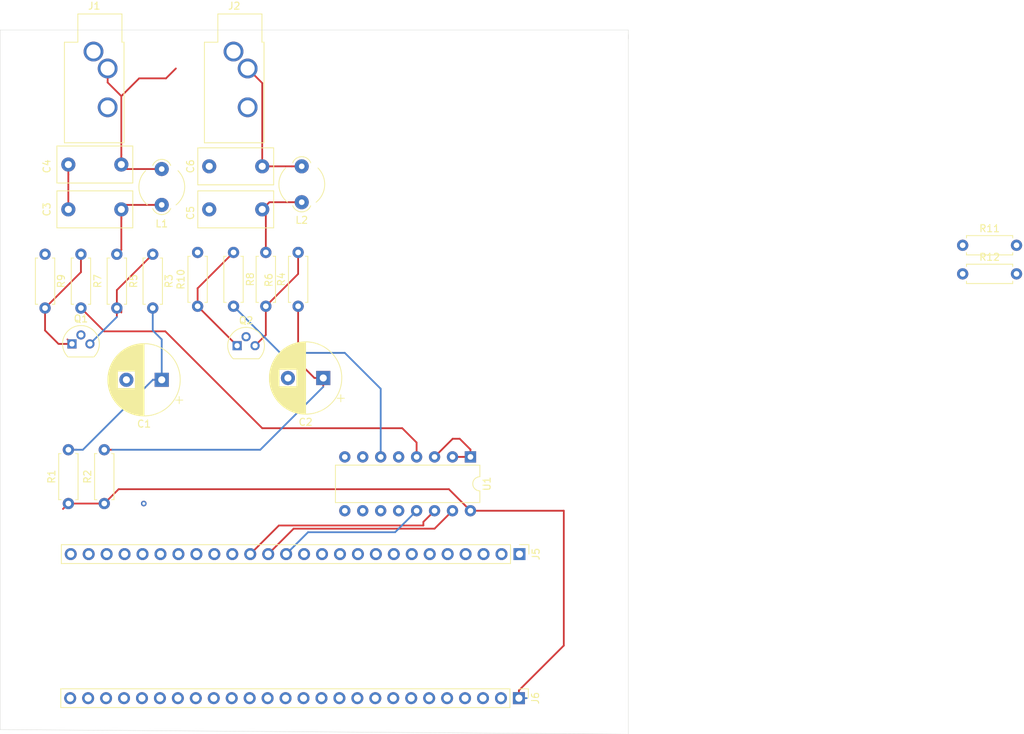
<source format=kicad_pcb>
(kicad_pcb (version 20171130) (host pcbnew "(5.1.2)-1")

  (general
    (thickness 1.6)
    (drawings 5)
    (tracks 98)
    (zones 0)
    (modules 27)
    (nets 22)
  )

  (page A4)
  (layers
    (0 F.Cu signal)
    (31 B.Cu signal)
    (32 B.Adhes user)
    (33 F.Adhes user)
    (34 B.Paste user)
    (35 F.Paste user)
    (36 B.SilkS user)
    (37 F.SilkS user)
    (38 B.Mask user)
    (39 F.Mask user)
    (40 Dwgs.User user hide)
    (41 Cmts.User user hide)
    (42 Eco1.User user)
    (43 Eco2.User user)
    (44 Edge.Cuts user)
    (45 Margin user)
    (46 B.CrtYd user hide)
    (47 F.CrtYd user hide)
    (48 B.Fab user hide)
    (49 F.Fab user hide)
  )

  (setup
    (last_trace_width 0.25)
    (trace_clearance 0.2)
    (zone_clearance 0.508)
    (zone_45_only no)
    (trace_min 0.2)
    (via_size 0.8)
    (via_drill 0.4)
    (via_min_size 0.4)
    (via_min_drill 0.3)
    (uvia_size 0.3)
    (uvia_drill 0.1)
    (uvias_allowed no)
    (uvia_min_size 0.2)
    (uvia_min_drill 0.1)
    (edge_width 0.05)
    (segment_width 0.2)
    (pcb_text_width 0.3)
    (pcb_text_size 1.5 1.5)
    (mod_edge_width 0.12)
    (mod_text_size 1 1)
    (mod_text_width 0.15)
    (pad_size 1.524 1.524)
    (pad_drill 0.762)
    (pad_to_mask_clearance 0.051)
    (solder_mask_min_width 0.25)
    (aux_axis_origin 0 0)
    (visible_elements 7FFFFFFF)
    (pcbplotparams
      (layerselection 0x010fc_ffffffff)
      (usegerberextensions false)
      (usegerberattributes false)
      (usegerberadvancedattributes false)
      (creategerberjobfile false)
      (excludeedgelayer true)
      (linewidth 0.100000)
      (plotframeref false)
      (viasonmask false)
      (mode 1)
      (useauxorigin false)
      (hpglpennumber 1)
      (hpglpenspeed 20)
      (hpglpendiameter 15.000000)
      (psnegative false)
      (psa4output false)
      (plotreference true)
      (plotvalue true)
      (plotinvisibletext false)
      (padsonsilk false)
      (subtractmaskfromsilk false)
      (outputformat 1)
      (mirror false)
      (drillshape 1)
      (scaleselection 1)
      (outputdirectory ""))
  )

  (net 0 "")
  (net 1 "Net-(C1-Pad1)")
  (net 2 GND)
  (net 3 "Net-(C3-Pad1)")
  (net 4 "Net-(Q1-Pad1)")
  (net 5 "Net-(Q1-Pad3)")
  (net 6 "Net-(C4-Pad1)")
  (net 7 /Sync_m_1)
  (net 8 VDD)
  (net 9 /SCL)
  (net 10 /SDA)
  (net 11 /P2_5)
  (net 12 /P12_2)
  (net 13 "Net-(C2-Pad1)")
  (net 14 "Net-(C5-Pad1)")
  (net 15 "Net-(C6-Pad1)")
  (net 16 "Net-(Q2-Pad3)")
  (net 17 "Net-(Q2-Pad1)")
  (net 18 /AD_L)
  (net 19 /Sync_m_3)
  (net 20 /Sync_m_2)
  (net 21 /Sync_m_4)

  (net_class Default "This is the default net class."
    (clearance 0.2)
    (trace_width 0.25)
    (via_dia 0.8)
    (via_drill 0.4)
    (uvia_dia 0.3)
    (uvia_drill 0.1)
    (add_net /AD_L)
    (add_net /P12_2)
    (add_net /P2_5)
    (add_net /SCL)
    (add_net /SDA)
    (add_net /Sync_m_1)
    (add_net /Sync_m_2)
    (add_net /Sync_m_3)
    (add_net /Sync_m_4)
    (add_net GND)
    (add_net "Net-(C1-Pad1)")
    (add_net "Net-(C2-Pad1)")
    (add_net "Net-(C3-Pad1)")
    (add_net "Net-(C4-Pad1)")
    (add_net "Net-(C5-Pad1)")
    (add_net "Net-(C6-Pad1)")
    (add_net "Net-(Q1-Pad1)")
    (add_net "Net-(Q1-Pad3)")
    (add_net "Net-(Q2-Pad1)")
    (add_net "Net-(Q2-Pad3)")
    (add_net VDD)
  )

  (module Capacitor_THT:CP_Radial_D10.0mm_P5.00mm (layer F.Cu) (tedit 5AE50EF1) (tstamp 5D78939C)
    (at 96.52 87.63 180)
    (descr "CP, Radial series, Radial, pin pitch=5.00mm, , diameter=10mm, Electrolytic Capacitor")
    (tags "CP Radial series Radial pin pitch 5.00mm  diameter 10mm Electrolytic Capacitor")
    (path /5D7A9428)
    (fp_text reference C1 (at 2.5 -6.25) (layer F.SilkS)
      (effects (font (size 1 1) (thickness 0.15)))
    )
    (fp_text value 1u (at 2.5 6.25) (layer F.Fab)
      (effects (font (size 1 1) (thickness 0.15)))
    )
    (fp_circle (center 2.5 0) (end 7.5 0) (layer F.Fab) (width 0.1))
    (fp_circle (center 2.5 0) (end 7.62 0) (layer F.SilkS) (width 0.12))
    (fp_circle (center 2.5 0) (end 7.75 0) (layer F.CrtYd) (width 0.05))
    (fp_line (start -1.788861 -2.1875) (end -0.788861 -2.1875) (layer F.Fab) (width 0.1))
    (fp_line (start -1.288861 -2.6875) (end -1.288861 -1.6875) (layer F.Fab) (width 0.1))
    (fp_line (start 2.5 -5.08) (end 2.5 5.08) (layer F.SilkS) (width 0.12))
    (fp_line (start 2.54 -5.08) (end 2.54 5.08) (layer F.SilkS) (width 0.12))
    (fp_line (start 2.58 -5.08) (end 2.58 5.08) (layer F.SilkS) (width 0.12))
    (fp_line (start 2.62 -5.079) (end 2.62 5.079) (layer F.SilkS) (width 0.12))
    (fp_line (start 2.66 -5.078) (end 2.66 5.078) (layer F.SilkS) (width 0.12))
    (fp_line (start 2.7 -5.077) (end 2.7 5.077) (layer F.SilkS) (width 0.12))
    (fp_line (start 2.74 -5.075) (end 2.74 5.075) (layer F.SilkS) (width 0.12))
    (fp_line (start 2.78 -5.073) (end 2.78 5.073) (layer F.SilkS) (width 0.12))
    (fp_line (start 2.82 -5.07) (end 2.82 5.07) (layer F.SilkS) (width 0.12))
    (fp_line (start 2.86 -5.068) (end 2.86 5.068) (layer F.SilkS) (width 0.12))
    (fp_line (start 2.9 -5.065) (end 2.9 5.065) (layer F.SilkS) (width 0.12))
    (fp_line (start 2.94 -5.062) (end 2.94 5.062) (layer F.SilkS) (width 0.12))
    (fp_line (start 2.98 -5.058) (end 2.98 5.058) (layer F.SilkS) (width 0.12))
    (fp_line (start 3.02 -5.054) (end 3.02 5.054) (layer F.SilkS) (width 0.12))
    (fp_line (start 3.06 -5.05) (end 3.06 5.05) (layer F.SilkS) (width 0.12))
    (fp_line (start 3.1 -5.045) (end 3.1 5.045) (layer F.SilkS) (width 0.12))
    (fp_line (start 3.14 -5.04) (end 3.14 5.04) (layer F.SilkS) (width 0.12))
    (fp_line (start 3.18 -5.035) (end 3.18 5.035) (layer F.SilkS) (width 0.12))
    (fp_line (start 3.221 -5.03) (end 3.221 5.03) (layer F.SilkS) (width 0.12))
    (fp_line (start 3.261 -5.024) (end 3.261 5.024) (layer F.SilkS) (width 0.12))
    (fp_line (start 3.301 -5.018) (end 3.301 5.018) (layer F.SilkS) (width 0.12))
    (fp_line (start 3.341 -5.011) (end 3.341 5.011) (layer F.SilkS) (width 0.12))
    (fp_line (start 3.381 -5.004) (end 3.381 5.004) (layer F.SilkS) (width 0.12))
    (fp_line (start 3.421 -4.997) (end 3.421 4.997) (layer F.SilkS) (width 0.12))
    (fp_line (start 3.461 -4.99) (end 3.461 4.99) (layer F.SilkS) (width 0.12))
    (fp_line (start 3.501 -4.982) (end 3.501 4.982) (layer F.SilkS) (width 0.12))
    (fp_line (start 3.541 -4.974) (end 3.541 4.974) (layer F.SilkS) (width 0.12))
    (fp_line (start 3.581 -4.965) (end 3.581 4.965) (layer F.SilkS) (width 0.12))
    (fp_line (start 3.621 -4.956) (end 3.621 4.956) (layer F.SilkS) (width 0.12))
    (fp_line (start 3.661 -4.947) (end 3.661 4.947) (layer F.SilkS) (width 0.12))
    (fp_line (start 3.701 -4.938) (end 3.701 4.938) (layer F.SilkS) (width 0.12))
    (fp_line (start 3.741 -4.928) (end 3.741 4.928) (layer F.SilkS) (width 0.12))
    (fp_line (start 3.781 -4.918) (end 3.781 -1.241) (layer F.SilkS) (width 0.12))
    (fp_line (start 3.781 1.241) (end 3.781 4.918) (layer F.SilkS) (width 0.12))
    (fp_line (start 3.821 -4.907) (end 3.821 -1.241) (layer F.SilkS) (width 0.12))
    (fp_line (start 3.821 1.241) (end 3.821 4.907) (layer F.SilkS) (width 0.12))
    (fp_line (start 3.861 -4.897) (end 3.861 -1.241) (layer F.SilkS) (width 0.12))
    (fp_line (start 3.861 1.241) (end 3.861 4.897) (layer F.SilkS) (width 0.12))
    (fp_line (start 3.901 -4.885) (end 3.901 -1.241) (layer F.SilkS) (width 0.12))
    (fp_line (start 3.901 1.241) (end 3.901 4.885) (layer F.SilkS) (width 0.12))
    (fp_line (start 3.941 -4.874) (end 3.941 -1.241) (layer F.SilkS) (width 0.12))
    (fp_line (start 3.941 1.241) (end 3.941 4.874) (layer F.SilkS) (width 0.12))
    (fp_line (start 3.981 -4.862) (end 3.981 -1.241) (layer F.SilkS) (width 0.12))
    (fp_line (start 3.981 1.241) (end 3.981 4.862) (layer F.SilkS) (width 0.12))
    (fp_line (start 4.021 -4.85) (end 4.021 -1.241) (layer F.SilkS) (width 0.12))
    (fp_line (start 4.021 1.241) (end 4.021 4.85) (layer F.SilkS) (width 0.12))
    (fp_line (start 4.061 -4.837) (end 4.061 -1.241) (layer F.SilkS) (width 0.12))
    (fp_line (start 4.061 1.241) (end 4.061 4.837) (layer F.SilkS) (width 0.12))
    (fp_line (start 4.101 -4.824) (end 4.101 -1.241) (layer F.SilkS) (width 0.12))
    (fp_line (start 4.101 1.241) (end 4.101 4.824) (layer F.SilkS) (width 0.12))
    (fp_line (start 4.141 -4.811) (end 4.141 -1.241) (layer F.SilkS) (width 0.12))
    (fp_line (start 4.141 1.241) (end 4.141 4.811) (layer F.SilkS) (width 0.12))
    (fp_line (start 4.181 -4.797) (end 4.181 -1.241) (layer F.SilkS) (width 0.12))
    (fp_line (start 4.181 1.241) (end 4.181 4.797) (layer F.SilkS) (width 0.12))
    (fp_line (start 4.221 -4.783) (end 4.221 -1.241) (layer F.SilkS) (width 0.12))
    (fp_line (start 4.221 1.241) (end 4.221 4.783) (layer F.SilkS) (width 0.12))
    (fp_line (start 4.261 -4.768) (end 4.261 -1.241) (layer F.SilkS) (width 0.12))
    (fp_line (start 4.261 1.241) (end 4.261 4.768) (layer F.SilkS) (width 0.12))
    (fp_line (start 4.301 -4.754) (end 4.301 -1.241) (layer F.SilkS) (width 0.12))
    (fp_line (start 4.301 1.241) (end 4.301 4.754) (layer F.SilkS) (width 0.12))
    (fp_line (start 4.341 -4.738) (end 4.341 -1.241) (layer F.SilkS) (width 0.12))
    (fp_line (start 4.341 1.241) (end 4.341 4.738) (layer F.SilkS) (width 0.12))
    (fp_line (start 4.381 -4.723) (end 4.381 -1.241) (layer F.SilkS) (width 0.12))
    (fp_line (start 4.381 1.241) (end 4.381 4.723) (layer F.SilkS) (width 0.12))
    (fp_line (start 4.421 -4.707) (end 4.421 -1.241) (layer F.SilkS) (width 0.12))
    (fp_line (start 4.421 1.241) (end 4.421 4.707) (layer F.SilkS) (width 0.12))
    (fp_line (start 4.461 -4.69) (end 4.461 -1.241) (layer F.SilkS) (width 0.12))
    (fp_line (start 4.461 1.241) (end 4.461 4.69) (layer F.SilkS) (width 0.12))
    (fp_line (start 4.501 -4.674) (end 4.501 -1.241) (layer F.SilkS) (width 0.12))
    (fp_line (start 4.501 1.241) (end 4.501 4.674) (layer F.SilkS) (width 0.12))
    (fp_line (start 4.541 -4.657) (end 4.541 -1.241) (layer F.SilkS) (width 0.12))
    (fp_line (start 4.541 1.241) (end 4.541 4.657) (layer F.SilkS) (width 0.12))
    (fp_line (start 4.581 -4.639) (end 4.581 -1.241) (layer F.SilkS) (width 0.12))
    (fp_line (start 4.581 1.241) (end 4.581 4.639) (layer F.SilkS) (width 0.12))
    (fp_line (start 4.621 -4.621) (end 4.621 -1.241) (layer F.SilkS) (width 0.12))
    (fp_line (start 4.621 1.241) (end 4.621 4.621) (layer F.SilkS) (width 0.12))
    (fp_line (start 4.661 -4.603) (end 4.661 -1.241) (layer F.SilkS) (width 0.12))
    (fp_line (start 4.661 1.241) (end 4.661 4.603) (layer F.SilkS) (width 0.12))
    (fp_line (start 4.701 -4.584) (end 4.701 -1.241) (layer F.SilkS) (width 0.12))
    (fp_line (start 4.701 1.241) (end 4.701 4.584) (layer F.SilkS) (width 0.12))
    (fp_line (start 4.741 -4.564) (end 4.741 -1.241) (layer F.SilkS) (width 0.12))
    (fp_line (start 4.741 1.241) (end 4.741 4.564) (layer F.SilkS) (width 0.12))
    (fp_line (start 4.781 -4.545) (end 4.781 -1.241) (layer F.SilkS) (width 0.12))
    (fp_line (start 4.781 1.241) (end 4.781 4.545) (layer F.SilkS) (width 0.12))
    (fp_line (start 4.821 -4.525) (end 4.821 -1.241) (layer F.SilkS) (width 0.12))
    (fp_line (start 4.821 1.241) (end 4.821 4.525) (layer F.SilkS) (width 0.12))
    (fp_line (start 4.861 -4.504) (end 4.861 -1.241) (layer F.SilkS) (width 0.12))
    (fp_line (start 4.861 1.241) (end 4.861 4.504) (layer F.SilkS) (width 0.12))
    (fp_line (start 4.901 -4.483) (end 4.901 -1.241) (layer F.SilkS) (width 0.12))
    (fp_line (start 4.901 1.241) (end 4.901 4.483) (layer F.SilkS) (width 0.12))
    (fp_line (start 4.941 -4.462) (end 4.941 -1.241) (layer F.SilkS) (width 0.12))
    (fp_line (start 4.941 1.241) (end 4.941 4.462) (layer F.SilkS) (width 0.12))
    (fp_line (start 4.981 -4.44) (end 4.981 -1.241) (layer F.SilkS) (width 0.12))
    (fp_line (start 4.981 1.241) (end 4.981 4.44) (layer F.SilkS) (width 0.12))
    (fp_line (start 5.021 -4.417) (end 5.021 -1.241) (layer F.SilkS) (width 0.12))
    (fp_line (start 5.021 1.241) (end 5.021 4.417) (layer F.SilkS) (width 0.12))
    (fp_line (start 5.061 -4.395) (end 5.061 -1.241) (layer F.SilkS) (width 0.12))
    (fp_line (start 5.061 1.241) (end 5.061 4.395) (layer F.SilkS) (width 0.12))
    (fp_line (start 5.101 -4.371) (end 5.101 -1.241) (layer F.SilkS) (width 0.12))
    (fp_line (start 5.101 1.241) (end 5.101 4.371) (layer F.SilkS) (width 0.12))
    (fp_line (start 5.141 -4.347) (end 5.141 -1.241) (layer F.SilkS) (width 0.12))
    (fp_line (start 5.141 1.241) (end 5.141 4.347) (layer F.SilkS) (width 0.12))
    (fp_line (start 5.181 -4.323) (end 5.181 -1.241) (layer F.SilkS) (width 0.12))
    (fp_line (start 5.181 1.241) (end 5.181 4.323) (layer F.SilkS) (width 0.12))
    (fp_line (start 5.221 -4.298) (end 5.221 -1.241) (layer F.SilkS) (width 0.12))
    (fp_line (start 5.221 1.241) (end 5.221 4.298) (layer F.SilkS) (width 0.12))
    (fp_line (start 5.261 -4.273) (end 5.261 -1.241) (layer F.SilkS) (width 0.12))
    (fp_line (start 5.261 1.241) (end 5.261 4.273) (layer F.SilkS) (width 0.12))
    (fp_line (start 5.301 -4.247) (end 5.301 -1.241) (layer F.SilkS) (width 0.12))
    (fp_line (start 5.301 1.241) (end 5.301 4.247) (layer F.SilkS) (width 0.12))
    (fp_line (start 5.341 -4.221) (end 5.341 -1.241) (layer F.SilkS) (width 0.12))
    (fp_line (start 5.341 1.241) (end 5.341 4.221) (layer F.SilkS) (width 0.12))
    (fp_line (start 5.381 -4.194) (end 5.381 -1.241) (layer F.SilkS) (width 0.12))
    (fp_line (start 5.381 1.241) (end 5.381 4.194) (layer F.SilkS) (width 0.12))
    (fp_line (start 5.421 -4.166) (end 5.421 -1.241) (layer F.SilkS) (width 0.12))
    (fp_line (start 5.421 1.241) (end 5.421 4.166) (layer F.SilkS) (width 0.12))
    (fp_line (start 5.461 -4.138) (end 5.461 -1.241) (layer F.SilkS) (width 0.12))
    (fp_line (start 5.461 1.241) (end 5.461 4.138) (layer F.SilkS) (width 0.12))
    (fp_line (start 5.501 -4.11) (end 5.501 -1.241) (layer F.SilkS) (width 0.12))
    (fp_line (start 5.501 1.241) (end 5.501 4.11) (layer F.SilkS) (width 0.12))
    (fp_line (start 5.541 -4.08) (end 5.541 -1.241) (layer F.SilkS) (width 0.12))
    (fp_line (start 5.541 1.241) (end 5.541 4.08) (layer F.SilkS) (width 0.12))
    (fp_line (start 5.581 -4.05) (end 5.581 -1.241) (layer F.SilkS) (width 0.12))
    (fp_line (start 5.581 1.241) (end 5.581 4.05) (layer F.SilkS) (width 0.12))
    (fp_line (start 5.621 -4.02) (end 5.621 -1.241) (layer F.SilkS) (width 0.12))
    (fp_line (start 5.621 1.241) (end 5.621 4.02) (layer F.SilkS) (width 0.12))
    (fp_line (start 5.661 -3.989) (end 5.661 -1.241) (layer F.SilkS) (width 0.12))
    (fp_line (start 5.661 1.241) (end 5.661 3.989) (layer F.SilkS) (width 0.12))
    (fp_line (start 5.701 -3.957) (end 5.701 -1.241) (layer F.SilkS) (width 0.12))
    (fp_line (start 5.701 1.241) (end 5.701 3.957) (layer F.SilkS) (width 0.12))
    (fp_line (start 5.741 -3.925) (end 5.741 -1.241) (layer F.SilkS) (width 0.12))
    (fp_line (start 5.741 1.241) (end 5.741 3.925) (layer F.SilkS) (width 0.12))
    (fp_line (start 5.781 -3.892) (end 5.781 -1.241) (layer F.SilkS) (width 0.12))
    (fp_line (start 5.781 1.241) (end 5.781 3.892) (layer F.SilkS) (width 0.12))
    (fp_line (start 5.821 -3.858) (end 5.821 -1.241) (layer F.SilkS) (width 0.12))
    (fp_line (start 5.821 1.241) (end 5.821 3.858) (layer F.SilkS) (width 0.12))
    (fp_line (start 5.861 -3.824) (end 5.861 -1.241) (layer F.SilkS) (width 0.12))
    (fp_line (start 5.861 1.241) (end 5.861 3.824) (layer F.SilkS) (width 0.12))
    (fp_line (start 5.901 -3.789) (end 5.901 -1.241) (layer F.SilkS) (width 0.12))
    (fp_line (start 5.901 1.241) (end 5.901 3.789) (layer F.SilkS) (width 0.12))
    (fp_line (start 5.941 -3.753) (end 5.941 -1.241) (layer F.SilkS) (width 0.12))
    (fp_line (start 5.941 1.241) (end 5.941 3.753) (layer F.SilkS) (width 0.12))
    (fp_line (start 5.981 -3.716) (end 5.981 -1.241) (layer F.SilkS) (width 0.12))
    (fp_line (start 5.981 1.241) (end 5.981 3.716) (layer F.SilkS) (width 0.12))
    (fp_line (start 6.021 -3.679) (end 6.021 -1.241) (layer F.SilkS) (width 0.12))
    (fp_line (start 6.021 1.241) (end 6.021 3.679) (layer F.SilkS) (width 0.12))
    (fp_line (start 6.061 -3.64) (end 6.061 -1.241) (layer F.SilkS) (width 0.12))
    (fp_line (start 6.061 1.241) (end 6.061 3.64) (layer F.SilkS) (width 0.12))
    (fp_line (start 6.101 -3.601) (end 6.101 -1.241) (layer F.SilkS) (width 0.12))
    (fp_line (start 6.101 1.241) (end 6.101 3.601) (layer F.SilkS) (width 0.12))
    (fp_line (start 6.141 -3.561) (end 6.141 -1.241) (layer F.SilkS) (width 0.12))
    (fp_line (start 6.141 1.241) (end 6.141 3.561) (layer F.SilkS) (width 0.12))
    (fp_line (start 6.181 -3.52) (end 6.181 -1.241) (layer F.SilkS) (width 0.12))
    (fp_line (start 6.181 1.241) (end 6.181 3.52) (layer F.SilkS) (width 0.12))
    (fp_line (start 6.221 -3.478) (end 6.221 -1.241) (layer F.SilkS) (width 0.12))
    (fp_line (start 6.221 1.241) (end 6.221 3.478) (layer F.SilkS) (width 0.12))
    (fp_line (start 6.261 -3.436) (end 6.261 3.436) (layer F.SilkS) (width 0.12))
    (fp_line (start 6.301 -3.392) (end 6.301 3.392) (layer F.SilkS) (width 0.12))
    (fp_line (start 6.341 -3.347) (end 6.341 3.347) (layer F.SilkS) (width 0.12))
    (fp_line (start 6.381 -3.301) (end 6.381 3.301) (layer F.SilkS) (width 0.12))
    (fp_line (start 6.421 -3.254) (end 6.421 3.254) (layer F.SilkS) (width 0.12))
    (fp_line (start 6.461 -3.206) (end 6.461 3.206) (layer F.SilkS) (width 0.12))
    (fp_line (start 6.501 -3.156) (end 6.501 3.156) (layer F.SilkS) (width 0.12))
    (fp_line (start 6.541 -3.106) (end 6.541 3.106) (layer F.SilkS) (width 0.12))
    (fp_line (start 6.581 -3.054) (end 6.581 3.054) (layer F.SilkS) (width 0.12))
    (fp_line (start 6.621 -3) (end 6.621 3) (layer F.SilkS) (width 0.12))
    (fp_line (start 6.661 -2.945) (end 6.661 2.945) (layer F.SilkS) (width 0.12))
    (fp_line (start 6.701 -2.889) (end 6.701 2.889) (layer F.SilkS) (width 0.12))
    (fp_line (start 6.741 -2.83) (end 6.741 2.83) (layer F.SilkS) (width 0.12))
    (fp_line (start 6.781 -2.77) (end 6.781 2.77) (layer F.SilkS) (width 0.12))
    (fp_line (start 6.821 -2.709) (end 6.821 2.709) (layer F.SilkS) (width 0.12))
    (fp_line (start 6.861 -2.645) (end 6.861 2.645) (layer F.SilkS) (width 0.12))
    (fp_line (start 6.901 -2.579) (end 6.901 2.579) (layer F.SilkS) (width 0.12))
    (fp_line (start 6.941 -2.51) (end 6.941 2.51) (layer F.SilkS) (width 0.12))
    (fp_line (start 6.981 -2.439) (end 6.981 2.439) (layer F.SilkS) (width 0.12))
    (fp_line (start 7.021 -2.365) (end 7.021 2.365) (layer F.SilkS) (width 0.12))
    (fp_line (start 7.061 -2.289) (end 7.061 2.289) (layer F.SilkS) (width 0.12))
    (fp_line (start 7.101 -2.209) (end 7.101 2.209) (layer F.SilkS) (width 0.12))
    (fp_line (start 7.141 -2.125) (end 7.141 2.125) (layer F.SilkS) (width 0.12))
    (fp_line (start 7.181 -2.037) (end 7.181 2.037) (layer F.SilkS) (width 0.12))
    (fp_line (start 7.221 -1.944) (end 7.221 1.944) (layer F.SilkS) (width 0.12))
    (fp_line (start 7.261 -1.846) (end 7.261 1.846) (layer F.SilkS) (width 0.12))
    (fp_line (start 7.301 -1.742) (end 7.301 1.742) (layer F.SilkS) (width 0.12))
    (fp_line (start 7.341 -1.63) (end 7.341 1.63) (layer F.SilkS) (width 0.12))
    (fp_line (start 7.381 -1.51) (end 7.381 1.51) (layer F.SilkS) (width 0.12))
    (fp_line (start 7.421 -1.378) (end 7.421 1.378) (layer F.SilkS) (width 0.12))
    (fp_line (start 7.461 -1.23) (end 7.461 1.23) (layer F.SilkS) (width 0.12))
    (fp_line (start 7.501 -1.062) (end 7.501 1.062) (layer F.SilkS) (width 0.12))
    (fp_line (start 7.541 -0.862) (end 7.541 0.862) (layer F.SilkS) (width 0.12))
    (fp_line (start 7.581 -0.599) (end 7.581 0.599) (layer F.SilkS) (width 0.12))
    (fp_line (start -2.979646 -2.875) (end -1.979646 -2.875) (layer F.SilkS) (width 0.12))
    (fp_line (start -2.479646 -3.375) (end -2.479646 -2.375) (layer F.SilkS) (width 0.12))
    (fp_text user %R (at 2.5 0) (layer F.Fab)
      (effects (font (size 1 1) (thickness 0.15)))
    )
    (pad 1 thru_hole rect (at 0 0 180) (size 2 2) (drill 1) (layers *.Cu *.Mask)
      (net 1 "Net-(C1-Pad1)"))
    (pad 2 thru_hole circle (at 5 0 180) (size 2 2) (drill 1) (layers *.Cu *.Mask)
      (net 2 GND))
    (model ${KISYS3DMOD}/Capacitor_THT.3dshapes/CP_Radial_D10.0mm_P5.00mm.wrl
      (at (xyz 0 0 0))
      (scale (xyz 1 1 1))
      (rotate (xyz 0 0 0))
    )
  )

  (module Connector_Audio:Jack_3.5mm_CUI_SJ1-3533NG_Horizontal_CircularHoles (layer F.Cu) (tedit 5BAD3514) (tstamp 5D789E72)
    (at 86.868 41.148)
    (descr "TRS 3.5mm, horizontal, through-hole, , circular holeshttps://www.cui.com/product/resource/sj1-353xng.pdf")
    (tags "TRS audio jack stereo horizontal circular")
    (path /5D7A9414)
    (fp_text reference J1 (at 0.1 -6.45) (layer F.SilkS)
      (effects (font (size 1 1) (thickness 0.15)))
    )
    (fp_text value "Sync Worker 1" (at 0.1 14.05) (layer F.Fab)
      (effects (font (size 1 1) (thickness 0.15)))
    )
    (fp_line (start -2.1 -5.2) (end 3.9 -5.2) (layer F.Fab) (width 0.1))
    (fp_line (start 3.9 -5.2) (end 3.9 -1.2) (layer F.Fab) (width 0.1))
    (fp_line (start 3.9 -1.2) (end 4.2 -1.2) (layer F.Fab) (width 0.1))
    (fp_line (start 4.2 -1.2) (end 4.2 12.8) (layer F.Fab) (width 0.1))
    (fp_line (start 4.2 12.8) (end -4 12.8) (layer F.Fab) (width 0.1))
    (fp_line (start -4 12.8) (end -4 -1.2) (layer F.Fab) (width 0.1))
    (fp_line (start -4 -1.2) (end -2.1 -1.2) (layer F.Fab) (width 0.1))
    (fp_line (start -2.1 -1.2) (end -2.1 -5.2) (layer F.Fab) (width 0.1))
    (fp_line (start -2.22 -5.32) (end 4.02 -5.32) (layer F.SilkS) (width 0.12))
    (fp_line (start 4.02 -5.32) (end 4.02 -1.32) (layer F.SilkS) (width 0.12))
    (fp_line (start 4.02 -1.32) (end 4.32 -1.32) (layer F.SilkS) (width 0.12))
    (fp_line (start 4.32 -1.32) (end 4.32 12.92) (layer F.SilkS) (width 0.12))
    (fp_line (start 4.32 12.92) (end -4.12 12.92) (layer F.SilkS) (width 0.12))
    (fp_line (start -4.12 12.92) (end -4.12 -1.32) (layer F.SilkS) (width 0.12))
    (fp_line (start -4.12 -1.32) (end -2.22 -1.32) (layer F.SilkS) (width 0.12))
    (fp_line (start -2.22 -1.32) (end -2.22 -5.32) (layer F.SilkS) (width 0.12))
    (fp_line (start -4.5 -5.7) (end -4.5 13.3) (layer F.CrtYd) (width 0.05))
    (fp_line (start -4.5 13.3) (end 4.7 13.3) (layer F.CrtYd) (width 0.05))
    (fp_line (start 4.7 13.3) (end 4.7 -5.7) (layer F.CrtYd) (width 0.05))
    (fp_line (start 4.7 -5.7) (end -4.5 -5.7) (layer F.CrtYd) (width 0.05))
    (fp_text user %R (at 0.1 3.8) (layer F.Fab)
      (effects (font (size 1 1) (thickness 0.15)))
    )
    (pad S thru_hole circle (at 0 0) (size 2.8 2.8) (drill 2) (layers *.Cu *.Mask)
      (net 2 GND))
    (pad T thru_hole circle (at 2 2.4) (size 2.8 2.8) (drill 2) (layers *.Cu *.Mask)
      (net 6 "Net-(C4-Pad1)"))
    (pad R thru_hole circle (at 2 7.9) (size 2.8 2.8) (drill 2) (layers *.Cu *.Mask))
    (model ${KISYS3DMOD}/Connector_Audio.3dshapes/Jack_3.5mm_CUI_SJ1-3533NG_Horizontal.wrl
      (at (xyz 0 0 0))
      (scale (xyz 1 1 1))
      (rotate (xyz 0 0 0))
    )
  )

  (module Resistor_THT:R_Axial_DIN0207_L6.3mm_D2.5mm_P7.62mm_Horizontal (layer F.Cu) (tedit 5AE5139B) (tstamp 5D78A146)
    (at 80.01 77.47 90)
    (descr "Resistor, Axial_DIN0207 series, Axial, Horizontal, pin pitch=7.62mm, 0.25W = 1/4W, length*diameter=6.3*2.5mm^2, http://cdn-reichelt.de/documents/datenblatt/B400/1_4W%23YAG.pdf")
    (tags "Resistor Axial_DIN0207 series Axial Horizontal pin pitch 7.62mm 0.25W = 1/4W length 6.3mm diameter 2.5mm")
    (path /5D7A9461)
    (fp_text reference R9 (at 3.81 2.286 90) (layer F.SilkS)
      (effects (font (size 1 1) (thickness 0.15)))
    )
    (fp_text value 100k (at 3.81 2.37 90) (layer F.Fab)
      (effects (font (size 1 1) (thickness 0.15)))
    )
    (fp_line (start 0.66 -1.25) (end 0.66 1.25) (layer F.Fab) (width 0.1))
    (fp_line (start 0.66 1.25) (end 6.96 1.25) (layer F.Fab) (width 0.1))
    (fp_line (start 6.96 1.25) (end 6.96 -1.25) (layer F.Fab) (width 0.1))
    (fp_line (start 6.96 -1.25) (end 0.66 -1.25) (layer F.Fab) (width 0.1))
    (fp_line (start 0 0) (end 0.66 0) (layer F.Fab) (width 0.1))
    (fp_line (start 7.62 0) (end 6.96 0) (layer F.Fab) (width 0.1))
    (fp_line (start 0.54 -1.04) (end 0.54 -1.37) (layer F.SilkS) (width 0.12))
    (fp_line (start 0.54 -1.37) (end 7.08 -1.37) (layer F.SilkS) (width 0.12))
    (fp_line (start 7.08 -1.37) (end 7.08 -1.04) (layer F.SilkS) (width 0.12))
    (fp_line (start 0.54 1.04) (end 0.54 1.37) (layer F.SilkS) (width 0.12))
    (fp_line (start 0.54 1.37) (end 7.08 1.37) (layer F.SilkS) (width 0.12))
    (fp_line (start 7.08 1.37) (end 7.08 1.04) (layer F.SilkS) (width 0.12))
    (fp_line (start -1.05 -1.5) (end -1.05 1.5) (layer F.CrtYd) (width 0.05))
    (fp_line (start -1.05 1.5) (end 8.67 1.5) (layer F.CrtYd) (width 0.05))
    (fp_line (start 8.67 1.5) (end 8.67 -1.5) (layer F.CrtYd) (width 0.05))
    (fp_line (start 8.67 -1.5) (end -1.05 -1.5) (layer F.CrtYd) (width 0.05))
    (fp_text user %R (at 3.81 0 90) (layer F.Fab)
      (effects (font (size 1 1) (thickness 0.15)))
    )
    (pad 1 thru_hole circle (at 0 0 90) (size 1.6 1.6) (drill 0.8) (layers *.Cu *.Mask)
      (net 4 "Net-(Q1-Pad1)"))
    (pad 2 thru_hole oval (at 7.62 0 90) (size 1.6 1.6) (drill 0.8) (layers *.Cu *.Mask)
      (net 2 GND))
    (model ${KISYS3DMOD}/Resistor_THT.3dshapes/R_Axial_DIN0207_L6.3mm_D2.5mm_P7.62mm_Horizontal.wrl
      (at (xyz 0 0 0))
      (scale (xyz 1 1 1))
      (rotate (xyz 0 0 0))
    )
  )

  (module Connector_PinHeader_2.54mm:PinHeader_1x26_P2.54mm_Vertical (layer F.Cu) (tedit 59FED5CC) (tstamp 5D78A3BA)
    (at 147.145999 112.315001 270)
    (descr "Through hole straight pin header, 1x26, 2.54mm pitch, single row")
    (tags "Through hole pin header THT 1x26 2.54mm single row")
    (path /5D7FA630)
    (fp_text reference J5 (at 0 -2.33 90) (layer F.SilkS)
      (effects (font (size 1 1) (thickness 0.15)))
    )
    (fp_text value Conn_01x26_Female (at 0 65.83 90) (layer F.Fab)
      (effects (font (size 1 1) (thickness 0.15)))
    )
    (fp_line (start -0.635 -1.27) (end 1.27 -1.27) (layer F.Fab) (width 0.1))
    (fp_line (start 1.27 -1.27) (end 1.27 64.77) (layer F.Fab) (width 0.1))
    (fp_line (start 1.27 64.77) (end -1.27 64.77) (layer F.Fab) (width 0.1))
    (fp_line (start -1.27 64.77) (end -1.27 -0.635) (layer F.Fab) (width 0.1))
    (fp_line (start -1.27 -0.635) (end -0.635 -1.27) (layer F.Fab) (width 0.1))
    (fp_line (start -1.33 64.83) (end 1.33 64.83) (layer F.SilkS) (width 0.12))
    (fp_line (start -1.33 1.27) (end -1.33 64.83) (layer F.SilkS) (width 0.12))
    (fp_line (start 1.33 1.27) (end 1.33 64.83) (layer F.SilkS) (width 0.12))
    (fp_line (start -1.33 1.27) (end 1.33 1.27) (layer F.SilkS) (width 0.12))
    (fp_line (start -1.33 0) (end -1.33 -1.33) (layer F.SilkS) (width 0.12))
    (fp_line (start -1.33 -1.33) (end 0 -1.33) (layer F.SilkS) (width 0.12))
    (fp_line (start -1.8 -1.8) (end -1.8 65.3) (layer F.CrtYd) (width 0.05))
    (fp_line (start -1.8 65.3) (end 1.8 65.3) (layer F.CrtYd) (width 0.05))
    (fp_line (start 1.8 65.3) (end 1.8 -1.8) (layer F.CrtYd) (width 0.05))
    (fp_line (start 1.8 -1.8) (end -1.8 -1.8) (layer F.CrtYd) (width 0.05))
    (fp_text user %R (at 0 31.75) (layer F.Fab)
      (effects (font (size 1 1) (thickness 0.15)))
    )
    (pad 1 thru_hole rect (at 0 0 270) (size 1.7 1.7) (drill 1) (layers *.Cu *.Mask))
    (pad 2 thru_hole oval (at 0 2.54 270) (size 1.7 1.7) (drill 1) (layers *.Cu *.Mask))
    (pad 3 thru_hole oval (at 0 5.08 270) (size 1.7 1.7) (drill 1) (layers *.Cu *.Mask))
    (pad 4 thru_hole oval (at 0 7.62 270) (size 1.7 1.7) (drill 1) (layers *.Cu *.Mask))
    (pad 5 thru_hole oval (at 0 10.16 270) (size 1.7 1.7) (drill 1) (layers *.Cu *.Mask))
    (pad 6 thru_hole oval (at 0 12.7 270) (size 1.7 1.7) (drill 1) (layers *.Cu *.Mask)
      (net 11 /P2_5))
    (pad 7 thru_hole oval (at 0 15.24 270) (size 1.7 1.7) (drill 1) (layers *.Cu *.Mask))
    (pad 8 thru_hole oval (at 0 17.78 270) (size 1.7 1.7) (drill 1) (layers *.Cu *.Mask))
    (pad 9 thru_hole oval (at 0 20.32 270) (size 1.7 1.7) (drill 1) (layers *.Cu *.Mask))
    (pad 10 thru_hole oval (at 0 22.86 270) (size 1.7 1.7) (drill 1) (layers *.Cu *.Mask))
    (pad 11 thru_hole oval (at 0 25.4 270) (size 1.7 1.7) (drill 1) (layers *.Cu *.Mask))
    (pad 12 thru_hole oval (at 0 27.94 270) (size 1.7 1.7) (drill 1) (layers *.Cu *.Mask))
    (pad 13 thru_hole oval (at 0 30.48 270) (size 1.7 1.7) (drill 1) (layers *.Cu *.Mask))
    (pad 14 thru_hole oval (at 0 33.02 270) (size 1.7 1.7) (drill 1) (layers *.Cu *.Mask)
      (net 12 /P12_2))
    (pad 15 thru_hole oval (at 0 35.56 270) (size 1.7 1.7) (drill 1) (layers *.Cu *.Mask)
      (net 10 /SDA))
    (pad 16 thru_hole oval (at 0 38.1 270) (size 1.7 1.7) (drill 1) (layers *.Cu *.Mask)
      (net 9 /SCL))
    (pad 17 thru_hole oval (at 0 40.64 270) (size 1.7 1.7) (drill 1) (layers *.Cu *.Mask))
    (pad 18 thru_hole oval (at 0 43.18 270) (size 1.7 1.7) (drill 1) (layers *.Cu *.Mask))
    (pad 19 thru_hole oval (at 0 45.72 270) (size 1.7 1.7) (drill 1) (layers *.Cu *.Mask))
    (pad 20 thru_hole oval (at 0 48.26 270) (size 1.7 1.7) (drill 1) (layers *.Cu *.Mask))
    (pad 21 thru_hole oval (at 0 50.8 270) (size 1.7 1.7) (drill 1) (layers *.Cu *.Mask))
    (pad 22 thru_hole oval (at 0 53.34 270) (size 1.7 1.7) (drill 1) (layers *.Cu *.Mask))
    (pad 23 thru_hole oval (at 0 55.88 270) (size 1.7 1.7) (drill 1) (layers *.Cu *.Mask))
    (pad 24 thru_hole oval (at 0 58.42 270) (size 1.7 1.7) (drill 1) (layers *.Cu *.Mask))
    (pad 25 thru_hole oval (at 0 60.96 270) (size 1.7 1.7) (drill 1) (layers *.Cu *.Mask)
      (net 2 GND))
    (pad 26 thru_hole oval (at 0 63.5 270) (size 1.7 1.7) (drill 1) (layers *.Cu *.Mask))
    (model ${KISYS3DMOD}/Connector_PinHeader_2.54mm.3dshapes/PinHeader_1x26_P2.54mm_Vertical.wrl
      (at (xyz 0 0 0))
      (scale (xyz 1 1 1))
      (rotate (xyz 0 0 0))
    )
  )

  (module Connector_PinHeader_2.54mm:PinHeader_1x26_P2.54mm_Vertical (layer F.Cu) (tedit 59FED5CC) (tstamp 5D78A3E8)
    (at 147.066 132.715 270)
    (descr "Through hole straight pin header, 1x26, 2.54mm pitch, single row")
    (tags "Through hole pin header THT 1x26 2.54mm single row")
    (path /5D7FA67F)
    (fp_text reference J6 (at 0 -2.33 90) (layer F.SilkS)
      (effects (font (size 1 1) (thickness 0.15)))
    )
    (fp_text value Conn_01x26_Female (at 0 65.83 90) (layer F.Fab)
      (effects (font (size 1 1) (thickness 0.15)))
    )
    (fp_text user %R (at 0 31.75) (layer F.Fab)
      (effects (font (size 1 1) (thickness 0.15)))
    )
    (fp_line (start 1.8 -1.8) (end -1.8 -1.8) (layer F.CrtYd) (width 0.05))
    (fp_line (start 1.8 65.3) (end 1.8 -1.8) (layer F.CrtYd) (width 0.05))
    (fp_line (start -1.8 65.3) (end 1.8 65.3) (layer F.CrtYd) (width 0.05))
    (fp_line (start -1.8 -1.8) (end -1.8 65.3) (layer F.CrtYd) (width 0.05))
    (fp_line (start -1.33 -1.33) (end 0 -1.33) (layer F.SilkS) (width 0.12))
    (fp_line (start -1.33 0) (end -1.33 -1.33) (layer F.SilkS) (width 0.12))
    (fp_line (start -1.33 1.27) (end 1.33 1.27) (layer F.SilkS) (width 0.12))
    (fp_line (start 1.33 1.27) (end 1.33 64.83) (layer F.SilkS) (width 0.12))
    (fp_line (start -1.33 1.27) (end -1.33 64.83) (layer F.SilkS) (width 0.12))
    (fp_line (start -1.33 64.83) (end 1.33 64.83) (layer F.SilkS) (width 0.12))
    (fp_line (start -1.27 -0.635) (end -0.635 -1.27) (layer F.Fab) (width 0.1))
    (fp_line (start -1.27 64.77) (end -1.27 -0.635) (layer F.Fab) (width 0.1))
    (fp_line (start 1.27 64.77) (end -1.27 64.77) (layer F.Fab) (width 0.1))
    (fp_line (start 1.27 -1.27) (end 1.27 64.77) (layer F.Fab) (width 0.1))
    (fp_line (start -0.635 -1.27) (end 1.27 -1.27) (layer F.Fab) (width 0.1))
    (pad 26 thru_hole oval (at 0 63.5 270) (size 1.7 1.7) (drill 1) (layers *.Cu *.Mask)
      (net 2 GND))
    (pad 25 thru_hole oval (at 0 60.96 270) (size 1.7 1.7) (drill 1) (layers *.Cu *.Mask))
    (pad 24 thru_hole oval (at 0 58.42 270) (size 1.7 1.7) (drill 1) (layers *.Cu *.Mask))
    (pad 23 thru_hole oval (at 0 55.88 270) (size 1.7 1.7) (drill 1) (layers *.Cu *.Mask))
    (pad 22 thru_hole oval (at 0 53.34 270) (size 1.7 1.7) (drill 1) (layers *.Cu *.Mask))
    (pad 21 thru_hole oval (at 0 50.8 270) (size 1.7 1.7) (drill 1) (layers *.Cu *.Mask))
    (pad 20 thru_hole oval (at 0 48.26 270) (size 1.7 1.7) (drill 1) (layers *.Cu *.Mask))
    (pad 19 thru_hole oval (at 0 45.72 270) (size 1.7 1.7) (drill 1) (layers *.Cu *.Mask))
    (pad 18 thru_hole oval (at 0 43.18 270) (size 1.7 1.7) (drill 1) (layers *.Cu *.Mask))
    (pad 17 thru_hole oval (at 0 40.64 270) (size 1.7 1.7) (drill 1) (layers *.Cu *.Mask))
    (pad 16 thru_hole oval (at 0 38.1 270) (size 1.7 1.7) (drill 1) (layers *.Cu *.Mask))
    (pad 15 thru_hole oval (at 0 35.56 270) (size 1.7 1.7) (drill 1) (layers *.Cu *.Mask))
    (pad 14 thru_hole oval (at 0 33.02 270) (size 1.7 1.7) (drill 1) (layers *.Cu *.Mask))
    (pad 13 thru_hole oval (at 0 30.48 270) (size 1.7 1.7) (drill 1) (layers *.Cu *.Mask))
    (pad 12 thru_hole oval (at 0 27.94 270) (size 1.7 1.7) (drill 1) (layers *.Cu *.Mask))
    (pad 11 thru_hole oval (at 0 25.4 270) (size 1.7 1.7) (drill 1) (layers *.Cu *.Mask))
    (pad 10 thru_hole oval (at 0 22.86 270) (size 1.7 1.7) (drill 1) (layers *.Cu *.Mask))
    (pad 9 thru_hole oval (at 0 20.32 270) (size 1.7 1.7) (drill 1) (layers *.Cu *.Mask))
    (pad 8 thru_hole oval (at 0 17.78 270) (size 1.7 1.7) (drill 1) (layers *.Cu *.Mask))
    (pad 7 thru_hole oval (at 0 15.24 270) (size 1.7 1.7) (drill 1) (layers *.Cu *.Mask))
    (pad 6 thru_hole oval (at 0 12.7 270) (size 1.7 1.7) (drill 1) (layers *.Cu *.Mask)
      (net 11 /P2_5))
    (pad 5 thru_hole oval (at 0 10.16 270) (size 1.7 1.7) (drill 1) (layers *.Cu *.Mask))
    (pad 4 thru_hole oval (at 0 7.62 270) (size 1.7 1.7) (drill 1) (layers *.Cu *.Mask))
    (pad 3 thru_hole oval (at 0 5.08 270) (size 1.7 1.7) (drill 1) (layers *.Cu *.Mask))
    (pad 2 thru_hole oval (at 0 2.54 270) (size 1.7 1.7) (drill 1) (layers *.Cu *.Mask)
      (net 2 GND))
    (pad 1 thru_hole rect (at 0 0 270) (size 1.7 1.7) (drill 1) (layers *.Cu *.Mask)
      (net 8 VDD))
    (model ${KISYS3DMOD}/Connector_PinHeader_2.54mm.3dshapes/PinHeader_1x26_P2.54mm_Vertical.wrl
      (at (xyz 0 0 0))
      (scale (xyz 1 1 1))
      (rotate (xyz 0 0 0))
    )
  )

  (module Capacitor_THT:C_Disc_D10.5mm_W5.0mm_P7.50mm (layer F.Cu) (tedit 5AE50EF0) (tstamp 5D7893AF)
    (at 90.805 63.5 180)
    (descr "C, Disc series, Radial, pin pitch=7.50mm, , diameter*width=10.5*5.0mm^2, Capacitor, http://www.vishay.com/docs/28535/vy2series.pdf")
    (tags "C Disc series Radial pin pitch 7.50mm  diameter 10.5mm width 5.0mm Capacitor")
    (path /5D7A947F)
    (fp_text reference C3 (at 10.541 0 90) (layer F.SilkS)
      (effects (font (size 1 1) (thickness 0.15)))
    )
    (fp_text value 1000p (at 3.75 3.75) (layer F.Fab)
      (effects (font (size 1 1) (thickness 0.15)))
    )
    (fp_text user %R (at 3.75 0) (layer F.Fab)
      (effects (font (size 1 1) (thickness 0.15)))
    )
    (fp_line (start 9.25 -2.75) (end -1.75 -2.75) (layer F.CrtYd) (width 0.05))
    (fp_line (start 9.25 2.75) (end 9.25 -2.75) (layer F.CrtYd) (width 0.05))
    (fp_line (start -1.75 2.75) (end 9.25 2.75) (layer F.CrtYd) (width 0.05))
    (fp_line (start -1.75 -2.75) (end -1.75 2.75) (layer F.CrtYd) (width 0.05))
    (fp_line (start 9.12 -2.62) (end 9.12 2.62) (layer F.SilkS) (width 0.12))
    (fp_line (start -1.62 -2.62) (end -1.62 2.62) (layer F.SilkS) (width 0.12))
    (fp_line (start -1.62 2.62) (end 9.12 2.62) (layer F.SilkS) (width 0.12))
    (fp_line (start -1.62 -2.62) (end 9.12 -2.62) (layer F.SilkS) (width 0.12))
    (fp_line (start 9 -2.5) (end -1.5 -2.5) (layer F.Fab) (width 0.1))
    (fp_line (start 9 2.5) (end 9 -2.5) (layer F.Fab) (width 0.1))
    (fp_line (start -1.5 2.5) (end 9 2.5) (layer F.Fab) (width 0.1))
    (fp_line (start -1.5 -2.5) (end -1.5 2.5) (layer F.Fab) (width 0.1))
    (pad 2 thru_hole circle (at 7.5 0 180) (size 2 2) (drill 1) (layers *.Cu *.Mask)
      (net 2 GND))
    (pad 1 thru_hole circle (at 0 0 180) (size 2 2) (drill 1) (layers *.Cu *.Mask)
      (net 3 "Net-(C3-Pad1)"))
    (model ${KISYS3DMOD}/Capacitor_THT.3dshapes/C_Disc_D10.5mm_W5.0mm_P7.50mm.wrl
      (at (xyz 0 0 0))
      (scale (xyz 1 1 1))
      (rotate (xyz 0 0 0))
    )
  )

  (module Capacitor_THT:C_Disc_D10.5mm_W5.0mm_P7.50mm (layer F.Cu) (tedit 5AE50EF0) (tstamp 5D7893C2)
    (at 90.805 57.15 180)
    (descr "C, Disc series, Radial, pin pitch=7.50mm, , diameter*width=10.5*5.0mm^2, Capacitor, http://www.vishay.com/docs/28535/vy2series.pdf")
    (tags "C Disc series Radial pin pitch 7.50mm  diameter 10.5mm width 5.0mm Capacitor")
    (path /5D7A9479)
    (fp_text reference C4 (at 10.541 -0.254 90) (layer F.SilkS)
      (effects (font (size 1 1) (thickness 0.15)))
    )
    (fp_text value 1000p (at 3.75 3.75) (layer F.Fab)
      (effects (font (size 1 1) (thickness 0.15)))
    )
    (fp_line (start -1.5 -2.5) (end -1.5 2.5) (layer F.Fab) (width 0.1))
    (fp_line (start -1.5 2.5) (end 9 2.5) (layer F.Fab) (width 0.1))
    (fp_line (start 9 2.5) (end 9 -2.5) (layer F.Fab) (width 0.1))
    (fp_line (start 9 -2.5) (end -1.5 -2.5) (layer F.Fab) (width 0.1))
    (fp_line (start -1.62 -2.62) (end 9.12 -2.62) (layer F.SilkS) (width 0.12))
    (fp_line (start -1.62 2.62) (end 9.12 2.62) (layer F.SilkS) (width 0.12))
    (fp_line (start -1.62 -2.62) (end -1.62 2.62) (layer F.SilkS) (width 0.12))
    (fp_line (start 9.12 -2.62) (end 9.12 2.62) (layer F.SilkS) (width 0.12))
    (fp_line (start -1.75 -2.75) (end -1.75 2.75) (layer F.CrtYd) (width 0.05))
    (fp_line (start -1.75 2.75) (end 9.25 2.75) (layer F.CrtYd) (width 0.05))
    (fp_line (start 9.25 2.75) (end 9.25 -2.75) (layer F.CrtYd) (width 0.05))
    (fp_line (start 9.25 -2.75) (end -1.75 -2.75) (layer F.CrtYd) (width 0.05))
    (fp_text user %R (at 3.75 0) (layer F.Fab)
      (effects (font (size 1 1) (thickness 0.15)))
    )
    (pad 1 thru_hole circle (at 0 0 180) (size 2 2) (drill 1) (layers *.Cu *.Mask)
      (net 6 "Net-(C4-Pad1)"))
    (pad 2 thru_hole circle (at 7.5 0 180) (size 2 2) (drill 1) (layers *.Cu *.Mask)
      (net 2 GND))
    (model ${KISYS3DMOD}/Capacitor_THT.3dshapes/C_Disc_D10.5mm_W5.0mm_P7.50mm.wrl
      (at (xyz 0 0 0))
      (scale (xyz 1 1 1))
      (rotate (xyz 0 0 0))
    )
  )

  (module Ferrite_THT:LairdTech_28C0236-0JW-10 (layer F.Cu) (tedit 5C2E01C7) (tstamp 5D7893D3)
    (at 96.52 57.785 270)
    (descr "Ferrite, vertical, LairdTech 28C0236-0JW-10, https://assets.lairdtech.com/home/brandworld/files/28C0236-0JW-10.pdf, JW Miller core https://www.bourns.com/products/magnetic-products/j.w.-miller-through-hole-ferrite-beads-emi-filters")
    (tags "Ferrite vertical LairdTech 28C0236-0JW-10")
    (path /5D799F52)
    (fp_text reference L1 (at 7.747 0 180) (layer F.SilkS)
      (effects (font (size 1 1) (thickness 0.15)))
    )
    (fp_text value "961Ω impedance at 100 MHz" (at 2.54 4.953 90) (layer F.Fab)
      (effects (font (size 1 1) (thickness 0.15)))
    )
    (fp_text user %R (at 2.54 0 90) (layer F.Fab)
      (effects (font (size 1 1) (thickness 0.15)))
    )
    (fp_arc (start 2.54 0) (end 0.254 2.286) (angle -96.34019175) (layer F.SilkS) (width 0.12))
    (fp_arc (start 2.54 0) (end 5.08 -2.032) (angle -96.34019175) (layer F.SilkS) (width 0.12))
    (fp_circle (center 2.54 0) (end 5.54 0) (layer F.Fab) (width 0.1))
    (fp_arc (start 5.08 0) (end 5.588 1.27) (angle -136.397181) (layer F.SilkS) (width 0.12))
    (fp_arc (start 0 0) (end -0.508 -1.27) (angle -136.397181) (layer F.SilkS) (width 0.12))
    (fp_circle (center 2.54 0) (end 6.48 0) (layer F.CrtYd) (width 0.05))
    (fp_line (start 0 -1.145) (end 5.08 -1.145) (layer F.Fab) (width 0.1))
    (fp_line (start 0 1.145) (end 5.08 1.145) (layer F.Fab) (width 0.1))
    (fp_arc (start 0 0) (end 0 -1.145) (angle -180) (layer F.Fab) (width 0.1))
    (fp_arc (start 5.08 0) (end 5.08 1.145) (angle -180) (layer F.Fab) (width 0.1))
    (pad 2 thru_hole circle (at 5.08 0 270) (size 2 2) (drill 0.8) (layers *.Cu *.Mask)
      (net 3 "Net-(C3-Pad1)"))
    (pad 1 thru_hole circle (at 0 0 270) (size 2 2) (drill 0.8) (layers *.Cu *.Mask)
      (net 6 "Net-(C4-Pad1)"))
    (model ${KISYS3DMOD}/Ferrite_THT.3dshapes/LairdTech_28C0236-0JW-10.wrl
      (at (xyz 0 0 0))
      (scale (xyz 1 1 1))
      (rotate (xyz 0 0 0))
    )
  )

  (module Package_TO_SOT_THT:TO-92 (layer F.Cu) (tedit 5A279852) (tstamp 5D7893E5)
    (at 83.82 82.55)
    (descr "TO-92 leads molded, narrow, drill 0.75mm (see NXP sot054_po.pdf)")
    (tags "to-92 sc-43 sc-43a sot54 PA33 transistor")
    (path /5D7A9467)
    (fp_text reference Q1 (at 1.27 -3.56) (layer F.SilkS)
      (effects (font (size 1 1) (thickness 0.15)))
    )
    (fp_text value 2N5210 (at 1.27 2.79) (layer F.Fab)
      (effects (font (size 1 1) (thickness 0.15)))
    )
    (fp_text user %R (at 1.27 -3.56) (layer F.Fab)
      (effects (font (size 1 1) (thickness 0.15)))
    )
    (fp_line (start -0.53 1.85) (end 3.07 1.85) (layer F.SilkS) (width 0.12))
    (fp_line (start -0.5 1.75) (end 3 1.75) (layer F.Fab) (width 0.1))
    (fp_line (start -1.46 -2.73) (end 4 -2.73) (layer F.CrtYd) (width 0.05))
    (fp_line (start -1.46 -2.73) (end -1.46 2.01) (layer F.CrtYd) (width 0.05))
    (fp_line (start 4 2.01) (end 4 -2.73) (layer F.CrtYd) (width 0.05))
    (fp_line (start 4 2.01) (end -1.46 2.01) (layer F.CrtYd) (width 0.05))
    (fp_arc (start 1.27 0) (end 1.27 -2.48) (angle 135) (layer F.Fab) (width 0.1))
    (fp_arc (start 1.27 0) (end 1.27 -2.6) (angle -135) (layer F.SilkS) (width 0.12))
    (fp_arc (start 1.27 0) (end 1.27 -2.48) (angle -135) (layer F.Fab) (width 0.1))
    (fp_arc (start 1.27 0) (end 1.27 -2.6) (angle 135) (layer F.SilkS) (width 0.12))
    (pad 2 thru_hole circle (at 1.27 -1.27 90) (size 1.3 1.3) (drill 0.75) (layers *.Cu *.Mask)
      (net 2 GND))
    (pad 3 thru_hole circle (at 2.54 0 90) (size 1.3 1.3) (drill 0.75) (layers *.Cu *.Mask)
      (net 5 "Net-(Q1-Pad3)"))
    (pad 1 thru_hole rect (at 0 0 90) (size 1.3 1.3) (drill 0.75) (layers *.Cu *.Mask)
      (net 4 "Net-(Q1-Pad1)"))
    (model ${KISYS3DMOD}/Package_TO_SOT_THT.3dshapes/TO-92.wrl
      (at (xyz 0 0 0))
      (scale (xyz 1 1 1))
      (rotate (xyz 0 0 0))
    )
  )

  (module Resistor_THT:R_Axial_DIN0207_L6.3mm_D2.5mm_P7.62mm_Horizontal (layer F.Cu) (tedit 5AE5139B) (tstamp 5D7893FC)
    (at 83.312 105.156 90)
    (descr "Resistor, Axial_DIN0207 series, Axial, Horizontal, pin pitch=7.62mm, 0.25W = 1/4W, length*diameter=6.3*2.5mm^2, http://cdn-reichelt.de/documents/datenblatt/B400/1_4W%23YAG.pdf")
    (tags "Resistor Axial_DIN0207 series Axial Horizontal pin pitch 7.62mm 0.25W = 1/4W length 6.3mm diameter 2.5mm")
    (path /5D7A9455)
    (fp_text reference R1 (at 3.81 -2.37 90) (layer F.SilkS)
      (effects (font (size 1 1) (thickness 0.15)))
    )
    (fp_text value 4.7k (at 3.81 2.37 90) (layer F.Fab)
      (effects (font (size 1 1) (thickness 0.15)))
    )
    (fp_line (start 0.66 -1.25) (end 0.66 1.25) (layer F.Fab) (width 0.1))
    (fp_line (start 0.66 1.25) (end 6.96 1.25) (layer F.Fab) (width 0.1))
    (fp_line (start 6.96 1.25) (end 6.96 -1.25) (layer F.Fab) (width 0.1))
    (fp_line (start 6.96 -1.25) (end 0.66 -1.25) (layer F.Fab) (width 0.1))
    (fp_line (start 0 0) (end 0.66 0) (layer F.Fab) (width 0.1))
    (fp_line (start 7.62 0) (end 6.96 0) (layer F.Fab) (width 0.1))
    (fp_line (start 0.54 -1.04) (end 0.54 -1.37) (layer F.SilkS) (width 0.12))
    (fp_line (start 0.54 -1.37) (end 7.08 -1.37) (layer F.SilkS) (width 0.12))
    (fp_line (start 7.08 -1.37) (end 7.08 -1.04) (layer F.SilkS) (width 0.12))
    (fp_line (start 0.54 1.04) (end 0.54 1.37) (layer F.SilkS) (width 0.12))
    (fp_line (start 0.54 1.37) (end 7.08 1.37) (layer F.SilkS) (width 0.12))
    (fp_line (start 7.08 1.37) (end 7.08 1.04) (layer F.SilkS) (width 0.12))
    (fp_line (start -1.05 -1.5) (end -1.05 1.5) (layer F.CrtYd) (width 0.05))
    (fp_line (start -1.05 1.5) (end 8.67 1.5) (layer F.CrtYd) (width 0.05))
    (fp_line (start 8.67 1.5) (end 8.67 -1.5) (layer F.CrtYd) (width 0.05))
    (fp_line (start 8.67 -1.5) (end -1.05 -1.5) (layer F.CrtYd) (width 0.05))
    (fp_text user %R (at 3.81 0 90) (layer F.Fab)
      (effects (font (size 1 1) (thickness 0.15)))
    )
    (pad 1 thru_hole circle (at 0 0 90) (size 1.6 1.6) (drill 0.8) (layers *.Cu *.Mask)
      (net 8 VDD))
    (pad 2 thru_hole oval (at 7.62 0 90) (size 1.6 1.6) (drill 0.8) (layers *.Cu *.Mask)
      (net 1 "Net-(C1-Pad1)"))
    (model ${KISYS3DMOD}/Resistor_THT.3dshapes/R_Axial_DIN0207_L6.3mm_D2.5mm_P7.62mm_Horizontal.wrl
      (at (xyz 0 0 0))
      (scale (xyz 1 1 1))
      (rotate (xyz 0 0 0))
    )
  )

  (module Resistor_THT:R_Axial_DIN0207_L6.3mm_D2.5mm_P7.62mm_Horizontal (layer F.Cu) (tedit 5AE5139B) (tstamp 5D789413)
    (at 95.25 77.47 90)
    (descr "Resistor, Axial_DIN0207 series, Axial, Horizontal, pin pitch=7.62mm, 0.25W = 1/4W, length*diameter=6.3*2.5mm^2, http://cdn-reichelt.de/documents/datenblatt/B400/1_4W%23YAG.pdf")
    (tags "Resistor Axial_DIN0207 series Axial Horizontal pin pitch 7.62mm 0.25W = 1/4W length 6.3mm diameter 2.5mm")
    (path /5D7A946D)
    (fp_text reference R3 (at 3.81 2.286 90) (layer F.SilkS)
      (effects (font (size 1 1) (thickness 0.15)))
    )
    (fp_text value 470 (at 3.81 2.37 90) (layer F.Fab)
      (effects (font (size 1 1) (thickness 0.15)))
    )
    (fp_text user %R (at 3.81 0) (layer F.Fab)
      (effects (font (size 1 1) (thickness 0.15)))
    )
    (fp_line (start 8.67 -1.5) (end -1.05 -1.5) (layer F.CrtYd) (width 0.05))
    (fp_line (start 8.67 1.5) (end 8.67 -1.5) (layer F.CrtYd) (width 0.05))
    (fp_line (start -1.05 1.5) (end 8.67 1.5) (layer F.CrtYd) (width 0.05))
    (fp_line (start -1.05 -1.5) (end -1.05 1.5) (layer F.CrtYd) (width 0.05))
    (fp_line (start 7.08 1.37) (end 7.08 1.04) (layer F.SilkS) (width 0.12))
    (fp_line (start 0.54 1.37) (end 7.08 1.37) (layer F.SilkS) (width 0.12))
    (fp_line (start 0.54 1.04) (end 0.54 1.37) (layer F.SilkS) (width 0.12))
    (fp_line (start 7.08 -1.37) (end 7.08 -1.04) (layer F.SilkS) (width 0.12))
    (fp_line (start 0.54 -1.37) (end 7.08 -1.37) (layer F.SilkS) (width 0.12))
    (fp_line (start 0.54 -1.04) (end 0.54 -1.37) (layer F.SilkS) (width 0.12))
    (fp_line (start 7.62 0) (end 6.96 0) (layer F.Fab) (width 0.1))
    (fp_line (start 0 0) (end 0.66 0) (layer F.Fab) (width 0.1))
    (fp_line (start 6.96 -1.25) (end 0.66 -1.25) (layer F.Fab) (width 0.1))
    (fp_line (start 6.96 1.25) (end 6.96 -1.25) (layer F.Fab) (width 0.1))
    (fp_line (start 0.66 1.25) (end 6.96 1.25) (layer F.Fab) (width 0.1))
    (fp_line (start 0.66 -1.25) (end 0.66 1.25) (layer F.Fab) (width 0.1))
    (pad 2 thru_hole oval (at 7.62 0 90) (size 1.6 1.6) (drill 0.8) (layers *.Cu *.Mask)
      (net 5 "Net-(Q1-Pad3)"))
    (pad 1 thru_hole circle (at 0 0 90) (size 1.6 1.6) (drill 0.8) (layers *.Cu *.Mask)
      (net 1 "Net-(C1-Pad1)"))
    (model ${KISYS3DMOD}/Resistor_THT.3dshapes/R_Axial_DIN0207_L6.3mm_D2.5mm_P7.62mm_Horizontal.wrl
      (at (xyz 0 0 0))
      (scale (xyz 1 1 1))
      (rotate (xyz 0 0 0))
    )
  )

  (module Resistor_THT:R_Axial_DIN0207_L6.3mm_D2.5mm_P7.62mm_Horizontal (layer F.Cu) (tedit 5AE5139B) (tstamp 5D78942A)
    (at 90.17 69.85 270)
    (descr "Resistor, Axial_DIN0207 series, Axial, Horizontal, pin pitch=7.62mm, 0.25W = 1/4W, length*diameter=6.3*2.5mm^2, http://cdn-reichelt.de/documents/datenblatt/B400/1_4W%23YAG.pdf")
    (tags "Resistor Axial_DIN0207 series Axial Horizontal pin pitch 7.62mm 0.25W = 1/4W length 6.3mm diameter 2.5mm")
    (path /5D7A9473)
    (fp_text reference R5 (at 3.81 -2.37 90) (layer F.SilkS)
      (effects (font (size 1 1) (thickness 0.15)))
    )
    (fp_text value 1k (at 3.81 2.37 90) (layer F.Fab)
      (effects (font (size 1 1) (thickness 0.15)))
    )
    (fp_line (start 0.66 -1.25) (end 0.66 1.25) (layer F.Fab) (width 0.1))
    (fp_line (start 0.66 1.25) (end 6.96 1.25) (layer F.Fab) (width 0.1))
    (fp_line (start 6.96 1.25) (end 6.96 -1.25) (layer F.Fab) (width 0.1))
    (fp_line (start 6.96 -1.25) (end 0.66 -1.25) (layer F.Fab) (width 0.1))
    (fp_line (start 0 0) (end 0.66 0) (layer F.Fab) (width 0.1))
    (fp_line (start 7.62 0) (end 6.96 0) (layer F.Fab) (width 0.1))
    (fp_line (start 0.54 -1.04) (end 0.54 -1.37) (layer F.SilkS) (width 0.12))
    (fp_line (start 0.54 -1.37) (end 7.08 -1.37) (layer F.SilkS) (width 0.12))
    (fp_line (start 7.08 -1.37) (end 7.08 -1.04) (layer F.SilkS) (width 0.12))
    (fp_line (start 0.54 1.04) (end 0.54 1.37) (layer F.SilkS) (width 0.12))
    (fp_line (start 0.54 1.37) (end 7.08 1.37) (layer F.SilkS) (width 0.12))
    (fp_line (start 7.08 1.37) (end 7.08 1.04) (layer F.SilkS) (width 0.12))
    (fp_line (start -1.05 -1.5) (end -1.05 1.5) (layer F.CrtYd) (width 0.05))
    (fp_line (start -1.05 1.5) (end 8.67 1.5) (layer F.CrtYd) (width 0.05))
    (fp_line (start 8.67 1.5) (end 8.67 -1.5) (layer F.CrtYd) (width 0.05))
    (fp_line (start 8.67 -1.5) (end -1.05 -1.5) (layer F.CrtYd) (width 0.05))
    (fp_text user %R (at 3.81 0 90) (layer F.Fab)
      (effects (font (size 1 1) (thickness 0.15)))
    )
    (pad 1 thru_hole circle (at 0 0 270) (size 1.6 1.6) (drill 0.8) (layers *.Cu *.Mask)
      (net 3 "Net-(C3-Pad1)"))
    (pad 2 thru_hole oval (at 7.62 0 270) (size 1.6 1.6) (drill 0.8) (layers *.Cu *.Mask)
      (net 5 "Net-(Q1-Pad3)"))
    (model ${KISYS3DMOD}/Resistor_THT.3dshapes/R_Axial_DIN0207_L6.3mm_D2.5mm_P7.62mm_Horizontal.wrl
      (at (xyz 0 0 0))
      (scale (xyz 1 1 1))
      (rotate (xyz 0 0 0))
    )
  )

  (module Resistor_THT:R_Axial_DIN0207_L6.3mm_D2.5mm_P7.62mm_Horizontal (layer F.Cu) (tedit 5AE5139B) (tstamp 5D789CBE)
    (at 85.09 69.85 270)
    (descr "Resistor, Axial_DIN0207 series, Axial, Horizontal, pin pitch=7.62mm, 0.25W = 1/4W, length*diameter=6.3*2.5mm^2, http://cdn-reichelt.de/documents/datenblatt/B400/1_4W%23YAG.pdf")
    (tags "Resistor Axial_DIN0207 series Axial Horizontal pin pitch 7.62mm 0.25W = 1/4W length 6.3mm diameter 2.5mm")
    (path /5D7A945B)
    (fp_text reference R7 (at 3.81 -2.37 90) (layer F.SilkS)
      (effects (font (size 1 1) (thickness 0.15)))
    )
    (fp_text value 10k (at 3.81 2.37 90) (layer F.Fab)
      (effects (font (size 1 1) (thickness 0.15)))
    )
    (fp_text user %R (at 3.81 0 90) (layer F.Fab)
      (effects (font (size 1 1) (thickness 0.15)))
    )
    (fp_line (start 8.67 -1.5) (end -1.05 -1.5) (layer F.CrtYd) (width 0.05))
    (fp_line (start 8.67 1.5) (end 8.67 -1.5) (layer F.CrtYd) (width 0.05))
    (fp_line (start -1.05 1.5) (end 8.67 1.5) (layer F.CrtYd) (width 0.05))
    (fp_line (start -1.05 -1.5) (end -1.05 1.5) (layer F.CrtYd) (width 0.05))
    (fp_line (start 7.08 1.37) (end 7.08 1.04) (layer F.SilkS) (width 0.12))
    (fp_line (start 0.54 1.37) (end 7.08 1.37) (layer F.SilkS) (width 0.12))
    (fp_line (start 0.54 1.04) (end 0.54 1.37) (layer F.SilkS) (width 0.12))
    (fp_line (start 7.08 -1.37) (end 7.08 -1.04) (layer F.SilkS) (width 0.12))
    (fp_line (start 0.54 -1.37) (end 7.08 -1.37) (layer F.SilkS) (width 0.12))
    (fp_line (start 0.54 -1.04) (end 0.54 -1.37) (layer F.SilkS) (width 0.12))
    (fp_line (start 7.62 0) (end 6.96 0) (layer F.Fab) (width 0.1))
    (fp_line (start 0 0) (end 0.66 0) (layer F.Fab) (width 0.1))
    (fp_line (start 6.96 -1.25) (end 0.66 -1.25) (layer F.Fab) (width 0.1))
    (fp_line (start 6.96 1.25) (end 6.96 -1.25) (layer F.Fab) (width 0.1))
    (fp_line (start 0.66 1.25) (end 6.96 1.25) (layer F.Fab) (width 0.1))
    (fp_line (start 0.66 -1.25) (end 0.66 1.25) (layer F.Fab) (width 0.1))
    (pad 2 thru_hole oval (at 7.62 0 270) (size 1.6 1.6) (drill 0.8) (layers *.Cu *.Mask)
      (net 7 /Sync_m_1))
    (pad 1 thru_hole circle (at 0 0 270) (size 1.6 1.6) (drill 0.8) (layers *.Cu *.Mask)
      (net 4 "Net-(Q1-Pad1)"))
    (model ${KISYS3DMOD}/Resistor_THT.3dshapes/R_Axial_DIN0207_L6.3mm_D2.5mm_P7.62mm_Horizontal.wrl
      (at (xyz 0 0 0))
      (scale (xyz 1 1 1))
      (rotate (xyz 0 0 0))
    )
  )

  (module Capacitor_THT:CP_Radial_D10.0mm_P5.00mm (layer F.Cu) (tedit 5AE50EF1) (tstamp 5D78B9B8)
    (at 119.38 87.376 180)
    (descr "CP, Radial series, Radial, pin pitch=5.00mm, , diameter=10mm, Electrolytic Capacitor")
    (tags "CP Radial series Radial pin pitch 5.00mm  diameter 10mm Electrolytic Capacitor")
    (path /5D7C4D32)
    (fp_text reference C2 (at 2.5 -6.25) (layer F.SilkS)
      (effects (font (size 1 1) (thickness 0.15)))
    )
    (fp_text value 1u (at 2.5 6.25) (layer F.Fab)
      (effects (font (size 1 1) (thickness 0.15)))
    )
    (fp_circle (center 2.5 0) (end 7.5 0) (layer F.Fab) (width 0.1))
    (fp_circle (center 2.5 0) (end 7.62 0) (layer F.SilkS) (width 0.12))
    (fp_circle (center 2.5 0) (end 7.75 0) (layer F.CrtYd) (width 0.05))
    (fp_line (start -1.788861 -2.1875) (end -0.788861 -2.1875) (layer F.Fab) (width 0.1))
    (fp_line (start -1.288861 -2.6875) (end -1.288861 -1.6875) (layer F.Fab) (width 0.1))
    (fp_line (start 2.5 -5.08) (end 2.5 5.08) (layer F.SilkS) (width 0.12))
    (fp_line (start 2.54 -5.08) (end 2.54 5.08) (layer F.SilkS) (width 0.12))
    (fp_line (start 2.58 -5.08) (end 2.58 5.08) (layer F.SilkS) (width 0.12))
    (fp_line (start 2.62 -5.079) (end 2.62 5.079) (layer F.SilkS) (width 0.12))
    (fp_line (start 2.66 -5.078) (end 2.66 5.078) (layer F.SilkS) (width 0.12))
    (fp_line (start 2.7 -5.077) (end 2.7 5.077) (layer F.SilkS) (width 0.12))
    (fp_line (start 2.74 -5.075) (end 2.74 5.075) (layer F.SilkS) (width 0.12))
    (fp_line (start 2.78 -5.073) (end 2.78 5.073) (layer F.SilkS) (width 0.12))
    (fp_line (start 2.82 -5.07) (end 2.82 5.07) (layer F.SilkS) (width 0.12))
    (fp_line (start 2.86 -5.068) (end 2.86 5.068) (layer F.SilkS) (width 0.12))
    (fp_line (start 2.9 -5.065) (end 2.9 5.065) (layer F.SilkS) (width 0.12))
    (fp_line (start 2.94 -5.062) (end 2.94 5.062) (layer F.SilkS) (width 0.12))
    (fp_line (start 2.98 -5.058) (end 2.98 5.058) (layer F.SilkS) (width 0.12))
    (fp_line (start 3.02 -5.054) (end 3.02 5.054) (layer F.SilkS) (width 0.12))
    (fp_line (start 3.06 -5.05) (end 3.06 5.05) (layer F.SilkS) (width 0.12))
    (fp_line (start 3.1 -5.045) (end 3.1 5.045) (layer F.SilkS) (width 0.12))
    (fp_line (start 3.14 -5.04) (end 3.14 5.04) (layer F.SilkS) (width 0.12))
    (fp_line (start 3.18 -5.035) (end 3.18 5.035) (layer F.SilkS) (width 0.12))
    (fp_line (start 3.221 -5.03) (end 3.221 5.03) (layer F.SilkS) (width 0.12))
    (fp_line (start 3.261 -5.024) (end 3.261 5.024) (layer F.SilkS) (width 0.12))
    (fp_line (start 3.301 -5.018) (end 3.301 5.018) (layer F.SilkS) (width 0.12))
    (fp_line (start 3.341 -5.011) (end 3.341 5.011) (layer F.SilkS) (width 0.12))
    (fp_line (start 3.381 -5.004) (end 3.381 5.004) (layer F.SilkS) (width 0.12))
    (fp_line (start 3.421 -4.997) (end 3.421 4.997) (layer F.SilkS) (width 0.12))
    (fp_line (start 3.461 -4.99) (end 3.461 4.99) (layer F.SilkS) (width 0.12))
    (fp_line (start 3.501 -4.982) (end 3.501 4.982) (layer F.SilkS) (width 0.12))
    (fp_line (start 3.541 -4.974) (end 3.541 4.974) (layer F.SilkS) (width 0.12))
    (fp_line (start 3.581 -4.965) (end 3.581 4.965) (layer F.SilkS) (width 0.12))
    (fp_line (start 3.621 -4.956) (end 3.621 4.956) (layer F.SilkS) (width 0.12))
    (fp_line (start 3.661 -4.947) (end 3.661 4.947) (layer F.SilkS) (width 0.12))
    (fp_line (start 3.701 -4.938) (end 3.701 4.938) (layer F.SilkS) (width 0.12))
    (fp_line (start 3.741 -4.928) (end 3.741 4.928) (layer F.SilkS) (width 0.12))
    (fp_line (start 3.781 -4.918) (end 3.781 -1.241) (layer F.SilkS) (width 0.12))
    (fp_line (start 3.781 1.241) (end 3.781 4.918) (layer F.SilkS) (width 0.12))
    (fp_line (start 3.821 -4.907) (end 3.821 -1.241) (layer F.SilkS) (width 0.12))
    (fp_line (start 3.821 1.241) (end 3.821 4.907) (layer F.SilkS) (width 0.12))
    (fp_line (start 3.861 -4.897) (end 3.861 -1.241) (layer F.SilkS) (width 0.12))
    (fp_line (start 3.861 1.241) (end 3.861 4.897) (layer F.SilkS) (width 0.12))
    (fp_line (start 3.901 -4.885) (end 3.901 -1.241) (layer F.SilkS) (width 0.12))
    (fp_line (start 3.901 1.241) (end 3.901 4.885) (layer F.SilkS) (width 0.12))
    (fp_line (start 3.941 -4.874) (end 3.941 -1.241) (layer F.SilkS) (width 0.12))
    (fp_line (start 3.941 1.241) (end 3.941 4.874) (layer F.SilkS) (width 0.12))
    (fp_line (start 3.981 -4.862) (end 3.981 -1.241) (layer F.SilkS) (width 0.12))
    (fp_line (start 3.981 1.241) (end 3.981 4.862) (layer F.SilkS) (width 0.12))
    (fp_line (start 4.021 -4.85) (end 4.021 -1.241) (layer F.SilkS) (width 0.12))
    (fp_line (start 4.021 1.241) (end 4.021 4.85) (layer F.SilkS) (width 0.12))
    (fp_line (start 4.061 -4.837) (end 4.061 -1.241) (layer F.SilkS) (width 0.12))
    (fp_line (start 4.061 1.241) (end 4.061 4.837) (layer F.SilkS) (width 0.12))
    (fp_line (start 4.101 -4.824) (end 4.101 -1.241) (layer F.SilkS) (width 0.12))
    (fp_line (start 4.101 1.241) (end 4.101 4.824) (layer F.SilkS) (width 0.12))
    (fp_line (start 4.141 -4.811) (end 4.141 -1.241) (layer F.SilkS) (width 0.12))
    (fp_line (start 4.141 1.241) (end 4.141 4.811) (layer F.SilkS) (width 0.12))
    (fp_line (start 4.181 -4.797) (end 4.181 -1.241) (layer F.SilkS) (width 0.12))
    (fp_line (start 4.181 1.241) (end 4.181 4.797) (layer F.SilkS) (width 0.12))
    (fp_line (start 4.221 -4.783) (end 4.221 -1.241) (layer F.SilkS) (width 0.12))
    (fp_line (start 4.221 1.241) (end 4.221 4.783) (layer F.SilkS) (width 0.12))
    (fp_line (start 4.261 -4.768) (end 4.261 -1.241) (layer F.SilkS) (width 0.12))
    (fp_line (start 4.261 1.241) (end 4.261 4.768) (layer F.SilkS) (width 0.12))
    (fp_line (start 4.301 -4.754) (end 4.301 -1.241) (layer F.SilkS) (width 0.12))
    (fp_line (start 4.301 1.241) (end 4.301 4.754) (layer F.SilkS) (width 0.12))
    (fp_line (start 4.341 -4.738) (end 4.341 -1.241) (layer F.SilkS) (width 0.12))
    (fp_line (start 4.341 1.241) (end 4.341 4.738) (layer F.SilkS) (width 0.12))
    (fp_line (start 4.381 -4.723) (end 4.381 -1.241) (layer F.SilkS) (width 0.12))
    (fp_line (start 4.381 1.241) (end 4.381 4.723) (layer F.SilkS) (width 0.12))
    (fp_line (start 4.421 -4.707) (end 4.421 -1.241) (layer F.SilkS) (width 0.12))
    (fp_line (start 4.421 1.241) (end 4.421 4.707) (layer F.SilkS) (width 0.12))
    (fp_line (start 4.461 -4.69) (end 4.461 -1.241) (layer F.SilkS) (width 0.12))
    (fp_line (start 4.461 1.241) (end 4.461 4.69) (layer F.SilkS) (width 0.12))
    (fp_line (start 4.501 -4.674) (end 4.501 -1.241) (layer F.SilkS) (width 0.12))
    (fp_line (start 4.501 1.241) (end 4.501 4.674) (layer F.SilkS) (width 0.12))
    (fp_line (start 4.541 -4.657) (end 4.541 -1.241) (layer F.SilkS) (width 0.12))
    (fp_line (start 4.541 1.241) (end 4.541 4.657) (layer F.SilkS) (width 0.12))
    (fp_line (start 4.581 -4.639) (end 4.581 -1.241) (layer F.SilkS) (width 0.12))
    (fp_line (start 4.581 1.241) (end 4.581 4.639) (layer F.SilkS) (width 0.12))
    (fp_line (start 4.621 -4.621) (end 4.621 -1.241) (layer F.SilkS) (width 0.12))
    (fp_line (start 4.621 1.241) (end 4.621 4.621) (layer F.SilkS) (width 0.12))
    (fp_line (start 4.661 -4.603) (end 4.661 -1.241) (layer F.SilkS) (width 0.12))
    (fp_line (start 4.661 1.241) (end 4.661 4.603) (layer F.SilkS) (width 0.12))
    (fp_line (start 4.701 -4.584) (end 4.701 -1.241) (layer F.SilkS) (width 0.12))
    (fp_line (start 4.701 1.241) (end 4.701 4.584) (layer F.SilkS) (width 0.12))
    (fp_line (start 4.741 -4.564) (end 4.741 -1.241) (layer F.SilkS) (width 0.12))
    (fp_line (start 4.741 1.241) (end 4.741 4.564) (layer F.SilkS) (width 0.12))
    (fp_line (start 4.781 -4.545) (end 4.781 -1.241) (layer F.SilkS) (width 0.12))
    (fp_line (start 4.781 1.241) (end 4.781 4.545) (layer F.SilkS) (width 0.12))
    (fp_line (start 4.821 -4.525) (end 4.821 -1.241) (layer F.SilkS) (width 0.12))
    (fp_line (start 4.821 1.241) (end 4.821 4.525) (layer F.SilkS) (width 0.12))
    (fp_line (start 4.861 -4.504) (end 4.861 -1.241) (layer F.SilkS) (width 0.12))
    (fp_line (start 4.861 1.241) (end 4.861 4.504) (layer F.SilkS) (width 0.12))
    (fp_line (start 4.901 -4.483) (end 4.901 -1.241) (layer F.SilkS) (width 0.12))
    (fp_line (start 4.901 1.241) (end 4.901 4.483) (layer F.SilkS) (width 0.12))
    (fp_line (start 4.941 -4.462) (end 4.941 -1.241) (layer F.SilkS) (width 0.12))
    (fp_line (start 4.941 1.241) (end 4.941 4.462) (layer F.SilkS) (width 0.12))
    (fp_line (start 4.981 -4.44) (end 4.981 -1.241) (layer F.SilkS) (width 0.12))
    (fp_line (start 4.981 1.241) (end 4.981 4.44) (layer F.SilkS) (width 0.12))
    (fp_line (start 5.021 -4.417) (end 5.021 -1.241) (layer F.SilkS) (width 0.12))
    (fp_line (start 5.021 1.241) (end 5.021 4.417) (layer F.SilkS) (width 0.12))
    (fp_line (start 5.061 -4.395) (end 5.061 -1.241) (layer F.SilkS) (width 0.12))
    (fp_line (start 5.061 1.241) (end 5.061 4.395) (layer F.SilkS) (width 0.12))
    (fp_line (start 5.101 -4.371) (end 5.101 -1.241) (layer F.SilkS) (width 0.12))
    (fp_line (start 5.101 1.241) (end 5.101 4.371) (layer F.SilkS) (width 0.12))
    (fp_line (start 5.141 -4.347) (end 5.141 -1.241) (layer F.SilkS) (width 0.12))
    (fp_line (start 5.141 1.241) (end 5.141 4.347) (layer F.SilkS) (width 0.12))
    (fp_line (start 5.181 -4.323) (end 5.181 -1.241) (layer F.SilkS) (width 0.12))
    (fp_line (start 5.181 1.241) (end 5.181 4.323) (layer F.SilkS) (width 0.12))
    (fp_line (start 5.221 -4.298) (end 5.221 -1.241) (layer F.SilkS) (width 0.12))
    (fp_line (start 5.221 1.241) (end 5.221 4.298) (layer F.SilkS) (width 0.12))
    (fp_line (start 5.261 -4.273) (end 5.261 -1.241) (layer F.SilkS) (width 0.12))
    (fp_line (start 5.261 1.241) (end 5.261 4.273) (layer F.SilkS) (width 0.12))
    (fp_line (start 5.301 -4.247) (end 5.301 -1.241) (layer F.SilkS) (width 0.12))
    (fp_line (start 5.301 1.241) (end 5.301 4.247) (layer F.SilkS) (width 0.12))
    (fp_line (start 5.341 -4.221) (end 5.341 -1.241) (layer F.SilkS) (width 0.12))
    (fp_line (start 5.341 1.241) (end 5.341 4.221) (layer F.SilkS) (width 0.12))
    (fp_line (start 5.381 -4.194) (end 5.381 -1.241) (layer F.SilkS) (width 0.12))
    (fp_line (start 5.381 1.241) (end 5.381 4.194) (layer F.SilkS) (width 0.12))
    (fp_line (start 5.421 -4.166) (end 5.421 -1.241) (layer F.SilkS) (width 0.12))
    (fp_line (start 5.421 1.241) (end 5.421 4.166) (layer F.SilkS) (width 0.12))
    (fp_line (start 5.461 -4.138) (end 5.461 -1.241) (layer F.SilkS) (width 0.12))
    (fp_line (start 5.461 1.241) (end 5.461 4.138) (layer F.SilkS) (width 0.12))
    (fp_line (start 5.501 -4.11) (end 5.501 -1.241) (layer F.SilkS) (width 0.12))
    (fp_line (start 5.501 1.241) (end 5.501 4.11) (layer F.SilkS) (width 0.12))
    (fp_line (start 5.541 -4.08) (end 5.541 -1.241) (layer F.SilkS) (width 0.12))
    (fp_line (start 5.541 1.241) (end 5.541 4.08) (layer F.SilkS) (width 0.12))
    (fp_line (start 5.581 -4.05) (end 5.581 -1.241) (layer F.SilkS) (width 0.12))
    (fp_line (start 5.581 1.241) (end 5.581 4.05) (layer F.SilkS) (width 0.12))
    (fp_line (start 5.621 -4.02) (end 5.621 -1.241) (layer F.SilkS) (width 0.12))
    (fp_line (start 5.621 1.241) (end 5.621 4.02) (layer F.SilkS) (width 0.12))
    (fp_line (start 5.661 -3.989) (end 5.661 -1.241) (layer F.SilkS) (width 0.12))
    (fp_line (start 5.661 1.241) (end 5.661 3.989) (layer F.SilkS) (width 0.12))
    (fp_line (start 5.701 -3.957) (end 5.701 -1.241) (layer F.SilkS) (width 0.12))
    (fp_line (start 5.701 1.241) (end 5.701 3.957) (layer F.SilkS) (width 0.12))
    (fp_line (start 5.741 -3.925) (end 5.741 -1.241) (layer F.SilkS) (width 0.12))
    (fp_line (start 5.741 1.241) (end 5.741 3.925) (layer F.SilkS) (width 0.12))
    (fp_line (start 5.781 -3.892) (end 5.781 -1.241) (layer F.SilkS) (width 0.12))
    (fp_line (start 5.781 1.241) (end 5.781 3.892) (layer F.SilkS) (width 0.12))
    (fp_line (start 5.821 -3.858) (end 5.821 -1.241) (layer F.SilkS) (width 0.12))
    (fp_line (start 5.821 1.241) (end 5.821 3.858) (layer F.SilkS) (width 0.12))
    (fp_line (start 5.861 -3.824) (end 5.861 -1.241) (layer F.SilkS) (width 0.12))
    (fp_line (start 5.861 1.241) (end 5.861 3.824) (layer F.SilkS) (width 0.12))
    (fp_line (start 5.901 -3.789) (end 5.901 -1.241) (layer F.SilkS) (width 0.12))
    (fp_line (start 5.901 1.241) (end 5.901 3.789) (layer F.SilkS) (width 0.12))
    (fp_line (start 5.941 -3.753) (end 5.941 -1.241) (layer F.SilkS) (width 0.12))
    (fp_line (start 5.941 1.241) (end 5.941 3.753) (layer F.SilkS) (width 0.12))
    (fp_line (start 5.981 -3.716) (end 5.981 -1.241) (layer F.SilkS) (width 0.12))
    (fp_line (start 5.981 1.241) (end 5.981 3.716) (layer F.SilkS) (width 0.12))
    (fp_line (start 6.021 -3.679) (end 6.021 -1.241) (layer F.SilkS) (width 0.12))
    (fp_line (start 6.021 1.241) (end 6.021 3.679) (layer F.SilkS) (width 0.12))
    (fp_line (start 6.061 -3.64) (end 6.061 -1.241) (layer F.SilkS) (width 0.12))
    (fp_line (start 6.061 1.241) (end 6.061 3.64) (layer F.SilkS) (width 0.12))
    (fp_line (start 6.101 -3.601) (end 6.101 -1.241) (layer F.SilkS) (width 0.12))
    (fp_line (start 6.101 1.241) (end 6.101 3.601) (layer F.SilkS) (width 0.12))
    (fp_line (start 6.141 -3.561) (end 6.141 -1.241) (layer F.SilkS) (width 0.12))
    (fp_line (start 6.141 1.241) (end 6.141 3.561) (layer F.SilkS) (width 0.12))
    (fp_line (start 6.181 -3.52) (end 6.181 -1.241) (layer F.SilkS) (width 0.12))
    (fp_line (start 6.181 1.241) (end 6.181 3.52) (layer F.SilkS) (width 0.12))
    (fp_line (start 6.221 -3.478) (end 6.221 -1.241) (layer F.SilkS) (width 0.12))
    (fp_line (start 6.221 1.241) (end 6.221 3.478) (layer F.SilkS) (width 0.12))
    (fp_line (start 6.261 -3.436) (end 6.261 3.436) (layer F.SilkS) (width 0.12))
    (fp_line (start 6.301 -3.392) (end 6.301 3.392) (layer F.SilkS) (width 0.12))
    (fp_line (start 6.341 -3.347) (end 6.341 3.347) (layer F.SilkS) (width 0.12))
    (fp_line (start 6.381 -3.301) (end 6.381 3.301) (layer F.SilkS) (width 0.12))
    (fp_line (start 6.421 -3.254) (end 6.421 3.254) (layer F.SilkS) (width 0.12))
    (fp_line (start 6.461 -3.206) (end 6.461 3.206) (layer F.SilkS) (width 0.12))
    (fp_line (start 6.501 -3.156) (end 6.501 3.156) (layer F.SilkS) (width 0.12))
    (fp_line (start 6.541 -3.106) (end 6.541 3.106) (layer F.SilkS) (width 0.12))
    (fp_line (start 6.581 -3.054) (end 6.581 3.054) (layer F.SilkS) (width 0.12))
    (fp_line (start 6.621 -3) (end 6.621 3) (layer F.SilkS) (width 0.12))
    (fp_line (start 6.661 -2.945) (end 6.661 2.945) (layer F.SilkS) (width 0.12))
    (fp_line (start 6.701 -2.889) (end 6.701 2.889) (layer F.SilkS) (width 0.12))
    (fp_line (start 6.741 -2.83) (end 6.741 2.83) (layer F.SilkS) (width 0.12))
    (fp_line (start 6.781 -2.77) (end 6.781 2.77) (layer F.SilkS) (width 0.12))
    (fp_line (start 6.821 -2.709) (end 6.821 2.709) (layer F.SilkS) (width 0.12))
    (fp_line (start 6.861 -2.645) (end 6.861 2.645) (layer F.SilkS) (width 0.12))
    (fp_line (start 6.901 -2.579) (end 6.901 2.579) (layer F.SilkS) (width 0.12))
    (fp_line (start 6.941 -2.51) (end 6.941 2.51) (layer F.SilkS) (width 0.12))
    (fp_line (start 6.981 -2.439) (end 6.981 2.439) (layer F.SilkS) (width 0.12))
    (fp_line (start 7.021 -2.365) (end 7.021 2.365) (layer F.SilkS) (width 0.12))
    (fp_line (start 7.061 -2.289) (end 7.061 2.289) (layer F.SilkS) (width 0.12))
    (fp_line (start 7.101 -2.209) (end 7.101 2.209) (layer F.SilkS) (width 0.12))
    (fp_line (start 7.141 -2.125) (end 7.141 2.125) (layer F.SilkS) (width 0.12))
    (fp_line (start 7.181 -2.037) (end 7.181 2.037) (layer F.SilkS) (width 0.12))
    (fp_line (start 7.221 -1.944) (end 7.221 1.944) (layer F.SilkS) (width 0.12))
    (fp_line (start 7.261 -1.846) (end 7.261 1.846) (layer F.SilkS) (width 0.12))
    (fp_line (start 7.301 -1.742) (end 7.301 1.742) (layer F.SilkS) (width 0.12))
    (fp_line (start 7.341 -1.63) (end 7.341 1.63) (layer F.SilkS) (width 0.12))
    (fp_line (start 7.381 -1.51) (end 7.381 1.51) (layer F.SilkS) (width 0.12))
    (fp_line (start 7.421 -1.378) (end 7.421 1.378) (layer F.SilkS) (width 0.12))
    (fp_line (start 7.461 -1.23) (end 7.461 1.23) (layer F.SilkS) (width 0.12))
    (fp_line (start 7.501 -1.062) (end 7.501 1.062) (layer F.SilkS) (width 0.12))
    (fp_line (start 7.541 -0.862) (end 7.541 0.862) (layer F.SilkS) (width 0.12))
    (fp_line (start 7.581 -0.599) (end 7.581 0.599) (layer F.SilkS) (width 0.12))
    (fp_line (start -2.979646 -2.875) (end -1.979646 -2.875) (layer F.SilkS) (width 0.12))
    (fp_line (start -2.479646 -3.375) (end -2.479646 -2.375) (layer F.SilkS) (width 0.12))
    (fp_text user %R (at 2.5 0) (layer F.Fab)
      (effects (font (size 1 1) (thickness 0.15)))
    )
    (pad 1 thru_hole rect (at 0 0 180) (size 2 2) (drill 1) (layers *.Cu *.Mask)
      (net 13 "Net-(C2-Pad1)"))
    (pad 2 thru_hole circle (at 5 0 180) (size 2 2) (drill 1) (layers *.Cu *.Mask)
      (net 2 GND))
    (model ${KISYS3DMOD}/Capacitor_THT.3dshapes/CP_Radial_D10.0mm_P5.00mm.wrl
      (at (xyz 0 0 0))
      (scale (xyz 1 1 1))
      (rotate (xyz 0 0 0))
    )
  )

  (module Capacitor_THT:C_Disc_D10.5mm_W5.0mm_P7.50mm (layer F.Cu) (tedit 5AE50EF0) (tstamp 5D78B9CB)
    (at 110.744 63.5 180)
    (descr "C, Disc series, Radial, pin pitch=7.50mm, , diameter*width=10.5*5.0mm^2, Capacitor, http://www.vishay.com/docs/28535/vy2series.pdf")
    (tags "C Disc series Radial pin pitch 7.50mm  diameter 10.5mm width 5.0mm Capacitor")
    (path /5D7C4DAF)
    (fp_text reference C5 (at 10.16 -0.508 90) (layer F.SilkS)
      (effects (font (size 1 1) (thickness 0.15)))
    )
    (fp_text value 1000p (at 3.75 3.75) (layer F.Fab)
      (effects (font (size 1 1) (thickness 0.15)))
    )
    (fp_text user %R (at 3.75 0) (layer F.Fab)
      (effects (font (size 1 1) (thickness 0.15)))
    )
    (fp_line (start 9.25 -2.75) (end -1.75 -2.75) (layer F.CrtYd) (width 0.05))
    (fp_line (start 9.25 2.75) (end 9.25 -2.75) (layer F.CrtYd) (width 0.05))
    (fp_line (start -1.75 2.75) (end 9.25 2.75) (layer F.CrtYd) (width 0.05))
    (fp_line (start -1.75 -2.75) (end -1.75 2.75) (layer F.CrtYd) (width 0.05))
    (fp_line (start 9.12 -2.62) (end 9.12 2.62) (layer F.SilkS) (width 0.12))
    (fp_line (start -1.62 -2.62) (end -1.62 2.62) (layer F.SilkS) (width 0.12))
    (fp_line (start -1.62 2.62) (end 9.12 2.62) (layer F.SilkS) (width 0.12))
    (fp_line (start -1.62 -2.62) (end 9.12 -2.62) (layer F.SilkS) (width 0.12))
    (fp_line (start 9 -2.5) (end -1.5 -2.5) (layer F.Fab) (width 0.1))
    (fp_line (start 9 2.5) (end 9 -2.5) (layer F.Fab) (width 0.1))
    (fp_line (start -1.5 2.5) (end 9 2.5) (layer F.Fab) (width 0.1))
    (fp_line (start -1.5 -2.5) (end -1.5 2.5) (layer F.Fab) (width 0.1))
    (pad 2 thru_hole circle (at 7.5 0 180) (size 2 2) (drill 1) (layers *.Cu *.Mask)
      (net 2 GND))
    (pad 1 thru_hole circle (at 0 0 180) (size 2 2) (drill 1) (layers *.Cu *.Mask)
      (net 14 "Net-(C5-Pad1)"))
    (model ${KISYS3DMOD}/Capacitor_THT.3dshapes/C_Disc_D10.5mm_W5.0mm_P7.50mm.wrl
      (at (xyz 0 0 0))
      (scale (xyz 1 1 1))
      (rotate (xyz 0 0 0))
    )
  )

  (module Capacitor_THT:C_Disc_D10.5mm_W5.0mm_P7.50mm (layer F.Cu) (tedit 5AE50EF0) (tstamp 5D78B9DE)
    (at 110.744 57.404 180)
    (descr "C, Disc series, Radial, pin pitch=7.50mm, , diameter*width=10.5*5.0mm^2, Capacitor, http://www.vishay.com/docs/28535/vy2series.pdf")
    (tags "C Disc series Radial pin pitch 7.50mm  diameter 10.5mm width 5.0mm Capacitor")
    (path /5D7C4DA5)
    (fp_text reference C6 (at 10.16 0 90) (layer F.SilkS)
      (effects (font (size 1 1) (thickness 0.15)))
    )
    (fp_text value 1000p (at 3.75 3.75) (layer F.Fab)
      (effects (font (size 1 1) (thickness 0.15)))
    )
    (fp_line (start -1.5 -2.5) (end -1.5 2.5) (layer F.Fab) (width 0.1))
    (fp_line (start -1.5 2.5) (end 9 2.5) (layer F.Fab) (width 0.1))
    (fp_line (start 9 2.5) (end 9 -2.5) (layer F.Fab) (width 0.1))
    (fp_line (start 9 -2.5) (end -1.5 -2.5) (layer F.Fab) (width 0.1))
    (fp_line (start -1.62 -2.62) (end 9.12 -2.62) (layer F.SilkS) (width 0.12))
    (fp_line (start -1.62 2.62) (end 9.12 2.62) (layer F.SilkS) (width 0.12))
    (fp_line (start -1.62 -2.62) (end -1.62 2.62) (layer F.SilkS) (width 0.12))
    (fp_line (start 9.12 -2.62) (end 9.12 2.62) (layer F.SilkS) (width 0.12))
    (fp_line (start -1.75 -2.75) (end -1.75 2.75) (layer F.CrtYd) (width 0.05))
    (fp_line (start -1.75 2.75) (end 9.25 2.75) (layer F.CrtYd) (width 0.05))
    (fp_line (start 9.25 2.75) (end 9.25 -2.75) (layer F.CrtYd) (width 0.05))
    (fp_line (start 9.25 -2.75) (end -1.75 -2.75) (layer F.CrtYd) (width 0.05))
    (fp_text user %R (at 3.75 0) (layer F.Fab)
      (effects (font (size 1 1) (thickness 0.15)))
    )
    (pad 1 thru_hole circle (at 0 0 180) (size 2 2) (drill 1) (layers *.Cu *.Mask)
      (net 15 "Net-(C6-Pad1)"))
    (pad 2 thru_hole circle (at 7.5 0 180) (size 2 2) (drill 1) (layers *.Cu *.Mask)
      (net 2 GND))
    (model ${KISYS3DMOD}/Capacitor_THT.3dshapes/C_Disc_D10.5mm_W5.0mm_P7.50mm.wrl
      (at (xyz 0 0 0))
      (scale (xyz 1 1 1))
      (rotate (xyz 0 0 0))
    )
  )

  (module Connector_Audio:Jack_3.5mm_CUI_SJ1-3533NG_Horizontal_CircularHoles (layer F.Cu) (tedit 5BAD3514) (tstamp 5D78B9FA)
    (at 106.68 41.148)
    (descr "TRS 3.5mm, horizontal, through-hole, , circular holeshttps://www.cui.com/product/resource/sj1-353xng.pdf")
    (tags "TRS audio jack stereo horizontal circular")
    (path /5D7C4D16)
    (fp_text reference J2 (at 0.1 -6.45) (layer F.SilkS)
      (effects (font (size 1 1) (thickness 0.15)))
    )
    (fp_text value "Sync Worker 1" (at 0.1 14.05) (layer F.Fab)
      (effects (font (size 1 1) (thickness 0.15)))
    )
    (fp_line (start -2.1 -5.2) (end 3.9 -5.2) (layer F.Fab) (width 0.1))
    (fp_line (start 3.9 -5.2) (end 3.9 -1.2) (layer F.Fab) (width 0.1))
    (fp_line (start 3.9 -1.2) (end 4.2 -1.2) (layer F.Fab) (width 0.1))
    (fp_line (start 4.2 -1.2) (end 4.2 12.8) (layer F.Fab) (width 0.1))
    (fp_line (start 4.2 12.8) (end -4 12.8) (layer F.Fab) (width 0.1))
    (fp_line (start -4 12.8) (end -4 -1.2) (layer F.Fab) (width 0.1))
    (fp_line (start -4 -1.2) (end -2.1 -1.2) (layer F.Fab) (width 0.1))
    (fp_line (start -2.1 -1.2) (end -2.1 -5.2) (layer F.Fab) (width 0.1))
    (fp_line (start -2.22 -5.32) (end 4.02 -5.32) (layer F.SilkS) (width 0.12))
    (fp_line (start 4.02 -5.32) (end 4.02 -1.32) (layer F.SilkS) (width 0.12))
    (fp_line (start 4.02 -1.32) (end 4.32 -1.32) (layer F.SilkS) (width 0.12))
    (fp_line (start 4.32 -1.32) (end 4.32 12.92) (layer F.SilkS) (width 0.12))
    (fp_line (start 4.32 12.92) (end -4.12 12.92) (layer F.SilkS) (width 0.12))
    (fp_line (start -4.12 12.92) (end -4.12 -1.32) (layer F.SilkS) (width 0.12))
    (fp_line (start -4.12 -1.32) (end -2.22 -1.32) (layer F.SilkS) (width 0.12))
    (fp_line (start -2.22 -1.32) (end -2.22 -5.32) (layer F.SilkS) (width 0.12))
    (fp_line (start -4.5 -5.7) (end -4.5 13.3) (layer F.CrtYd) (width 0.05))
    (fp_line (start -4.5 13.3) (end 4.7 13.3) (layer F.CrtYd) (width 0.05))
    (fp_line (start 4.7 13.3) (end 4.7 -5.7) (layer F.CrtYd) (width 0.05))
    (fp_line (start 4.7 -5.7) (end -4.5 -5.7) (layer F.CrtYd) (width 0.05))
    (fp_text user %R (at 0.1 3.8) (layer F.Fab)
      (effects (font (size 1 1) (thickness 0.15)))
    )
    (pad S thru_hole circle (at 0 0) (size 2.8 2.8) (drill 2) (layers *.Cu *.Mask)
      (net 2 GND))
    (pad T thru_hole circle (at 2 2.4) (size 2.8 2.8) (drill 2) (layers *.Cu *.Mask)
      (net 15 "Net-(C6-Pad1)"))
    (pad R thru_hole circle (at 2 7.9) (size 2.8 2.8) (drill 2) (layers *.Cu *.Mask))
    (model ${KISYS3DMOD}/Connector_Audio.3dshapes/Jack_3.5mm_CUI_SJ1-3533NG_Horizontal.wrl
      (at (xyz 0 0 0))
      (scale (xyz 1 1 1))
      (rotate (xyz 0 0 0))
    )
  )

  (module Ferrite_THT:LairdTech_28C0236-0JW-10 (layer F.Cu) (tedit 5C2E01C7) (tstamp 5D78BA0B)
    (at 116.332 57.404 270)
    (descr "Ferrite, vertical, LairdTech 28C0236-0JW-10, https://assets.lairdtech.com/home/brandworld/files/28C0236-0JW-10.pdf, JW Miller core https://www.bourns.com/products/magnetic-products/j.w.-miller-through-hole-ferrite-beads-emi-filters")
    (tags "Ferrite vertical LairdTech 28C0236-0JW-10")
    (path /5D7C4DBD)
    (fp_text reference L2 (at 7.62 0 180) (layer F.SilkS)
      (effects (font (size 1 1) (thickness 0.15)))
    )
    (fp_text value "961Ω impedance at 100 MHz" (at 2.54 4.953 90) (layer F.Fab)
      (effects (font (size 1 1) (thickness 0.15)))
    )
    (fp_text user %R (at 2.54 0 90) (layer F.Fab)
      (effects (font (size 1 1) (thickness 0.15)))
    )
    (fp_arc (start 2.54 0) (end 0.254 2.286) (angle -96.34019175) (layer F.SilkS) (width 0.12))
    (fp_arc (start 2.54 0) (end 5.08 -2.032) (angle -96.34019175) (layer F.SilkS) (width 0.12))
    (fp_circle (center 2.54 0) (end 5.54 0) (layer F.Fab) (width 0.1))
    (fp_arc (start 5.08 0) (end 5.588 1.27) (angle -136.397181) (layer F.SilkS) (width 0.12))
    (fp_arc (start 0 0) (end -0.508 -1.27) (angle -136.397181) (layer F.SilkS) (width 0.12))
    (fp_circle (center 2.54 0) (end 6.48 0) (layer F.CrtYd) (width 0.05))
    (fp_line (start 0 -1.145) (end 5.08 -1.145) (layer F.Fab) (width 0.1))
    (fp_line (start 0 1.145) (end 5.08 1.145) (layer F.Fab) (width 0.1))
    (fp_arc (start 0 0) (end 0 -1.145) (angle -180) (layer F.Fab) (width 0.1))
    (fp_arc (start 5.08 0) (end 5.08 1.145) (angle -180) (layer F.Fab) (width 0.1))
    (pad 2 thru_hole circle (at 5.08 0 270) (size 2 2) (drill 0.8) (layers *.Cu *.Mask)
      (net 14 "Net-(C5-Pad1)"))
    (pad 1 thru_hole circle (at 0 0 270) (size 2 2) (drill 0.8) (layers *.Cu *.Mask)
      (net 15 "Net-(C6-Pad1)"))
    (model ${KISYS3DMOD}/Ferrite_THT.3dshapes/LairdTech_28C0236-0JW-10.wrl
      (at (xyz 0 0 0))
      (scale (xyz 1 1 1))
      (rotate (xyz 0 0 0))
    )
  )

  (module Package_TO_SOT_THT:TO-92 (layer F.Cu) (tedit 5A279852) (tstamp 5D78BA1D)
    (at 107.188 82.804)
    (descr "TO-92 leads molded, narrow, drill 0.75mm (see NXP sot054_po.pdf)")
    (tags "to-92 sc-43 sc-43a sot54 PA33 transistor")
    (path /5D7C4D87)
    (fp_text reference Q2 (at 1.27 -3.56) (layer F.SilkS)
      (effects (font (size 1 1) (thickness 0.15)))
    )
    (fp_text value 2N5210 (at 1.27 2.79) (layer F.Fab)
      (effects (font (size 1 1) (thickness 0.15)))
    )
    (fp_text user %R (at 1.27 -3.56) (layer F.Fab)
      (effects (font (size 1 1) (thickness 0.15)))
    )
    (fp_line (start -0.53 1.85) (end 3.07 1.85) (layer F.SilkS) (width 0.12))
    (fp_line (start -0.5 1.75) (end 3 1.75) (layer F.Fab) (width 0.1))
    (fp_line (start -1.46 -2.73) (end 4 -2.73) (layer F.CrtYd) (width 0.05))
    (fp_line (start -1.46 -2.73) (end -1.46 2.01) (layer F.CrtYd) (width 0.05))
    (fp_line (start 4 2.01) (end 4 -2.73) (layer F.CrtYd) (width 0.05))
    (fp_line (start 4 2.01) (end -1.46 2.01) (layer F.CrtYd) (width 0.05))
    (fp_arc (start 1.27 0) (end 1.27 -2.48) (angle 135) (layer F.Fab) (width 0.1))
    (fp_arc (start 1.27 0) (end 1.27 -2.6) (angle -135) (layer F.SilkS) (width 0.12))
    (fp_arc (start 1.27 0) (end 1.27 -2.48) (angle -135) (layer F.Fab) (width 0.1))
    (fp_arc (start 1.27 0) (end 1.27 -2.6) (angle 135) (layer F.SilkS) (width 0.12))
    (pad 2 thru_hole circle (at 1.27 -1.27 90) (size 1.3 1.3) (drill 0.75) (layers *.Cu *.Mask)
      (net 2 GND))
    (pad 3 thru_hole circle (at 2.54 0 90) (size 1.3 1.3) (drill 0.75) (layers *.Cu *.Mask)
      (net 16 "Net-(Q2-Pad3)"))
    (pad 1 thru_hole rect (at 0 0 90) (size 1.3 1.3) (drill 0.75) (layers *.Cu *.Mask)
      (net 17 "Net-(Q2-Pad1)"))
    (model ${KISYS3DMOD}/Package_TO_SOT_THT.3dshapes/TO-92.wrl
      (at (xyz 0 0 0))
      (scale (xyz 1 1 1))
      (rotate (xyz 0 0 0))
    )
  )

  (module Resistor_THT:R_Axial_DIN0207_L6.3mm_D2.5mm_P7.62mm_Horizontal (layer F.Cu) (tedit 5AE5139B) (tstamp 5D78BA34)
    (at 88.392 105.156 90)
    (descr "Resistor, Axial_DIN0207 series, Axial, Horizontal, pin pitch=7.62mm, 0.25W = 1/4W, length*diameter=6.3*2.5mm^2, http://cdn-reichelt.de/documents/datenblatt/B400/1_4W%23YAG.pdf")
    (tags "Resistor Axial_DIN0207 series Axial Horizontal pin pitch 7.62mm 0.25W = 1/4W length 6.3mm diameter 2.5mm")
    (path /5D7C4D69)
    (fp_text reference R2 (at 3.81 -2.37 90) (layer F.SilkS)
      (effects (font (size 1 1) (thickness 0.15)))
    )
    (fp_text value 4.7k (at 3.81 2.37 90) (layer F.Fab)
      (effects (font (size 1 1) (thickness 0.15)))
    )
    (fp_line (start 0.66 -1.25) (end 0.66 1.25) (layer F.Fab) (width 0.1))
    (fp_line (start 0.66 1.25) (end 6.96 1.25) (layer F.Fab) (width 0.1))
    (fp_line (start 6.96 1.25) (end 6.96 -1.25) (layer F.Fab) (width 0.1))
    (fp_line (start 6.96 -1.25) (end 0.66 -1.25) (layer F.Fab) (width 0.1))
    (fp_line (start 0 0) (end 0.66 0) (layer F.Fab) (width 0.1))
    (fp_line (start 7.62 0) (end 6.96 0) (layer F.Fab) (width 0.1))
    (fp_line (start 0.54 -1.04) (end 0.54 -1.37) (layer F.SilkS) (width 0.12))
    (fp_line (start 0.54 -1.37) (end 7.08 -1.37) (layer F.SilkS) (width 0.12))
    (fp_line (start 7.08 -1.37) (end 7.08 -1.04) (layer F.SilkS) (width 0.12))
    (fp_line (start 0.54 1.04) (end 0.54 1.37) (layer F.SilkS) (width 0.12))
    (fp_line (start 0.54 1.37) (end 7.08 1.37) (layer F.SilkS) (width 0.12))
    (fp_line (start 7.08 1.37) (end 7.08 1.04) (layer F.SilkS) (width 0.12))
    (fp_line (start -1.05 -1.5) (end -1.05 1.5) (layer F.CrtYd) (width 0.05))
    (fp_line (start -1.05 1.5) (end 8.67 1.5) (layer F.CrtYd) (width 0.05))
    (fp_line (start 8.67 1.5) (end 8.67 -1.5) (layer F.CrtYd) (width 0.05))
    (fp_line (start 8.67 -1.5) (end -1.05 -1.5) (layer F.CrtYd) (width 0.05))
    (fp_text user %R (at 3.81 0 90) (layer F.Fab)
      (effects (font (size 1 1) (thickness 0.15)))
    )
    (pad 1 thru_hole circle (at 0 0 90) (size 1.6 1.6) (drill 0.8) (layers *.Cu *.Mask)
      (net 8 VDD))
    (pad 2 thru_hole oval (at 7.62 0 90) (size 1.6 1.6) (drill 0.8) (layers *.Cu *.Mask)
      (net 13 "Net-(C2-Pad1)"))
    (model ${KISYS3DMOD}/Resistor_THT.3dshapes/R_Axial_DIN0207_L6.3mm_D2.5mm_P7.62mm_Horizontal.wrl
      (at (xyz 0 0 0))
      (scale (xyz 1 1 1))
      (rotate (xyz 0 0 0))
    )
  )

  (module Resistor_THT:R_Axial_DIN0207_L6.3mm_D2.5mm_P7.62mm_Horizontal (layer F.Cu) (tedit 5AE5139B) (tstamp 5D78BA4B)
    (at 115.824 77.216 90)
    (descr "Resistor, Axial_DIN0207 series, Axial, Horizontal, pin pitch=7.62mm, 0.25W = 1/4W, length*diameter=6.3*2.5mm^2, http://cdn-reichelt.de/documents/datenblatt/B400/1_4W%23YAG.pdf")
    (tags "Resistor Axial_DIN0207 series Axial Horizontal pin pitch 7.62mm 0.25W = 1/4W length 6.3mm diameter 2.5mm")
    (path /5D7C4D91)
    (fp_text reference R4 (at 3.81 -2.37 90) (layer F.SilkS)
      (effects (font (size 1 1) (thickness 0.15)))
    )
    (fp_text value 470 (at 3.81 2.37 90) (layer F.Fab)
      (effects (font (size 1 1) (thickness 0.15)))
    )
    (fp_text user %R (at 3.81 0 90) (layer F.Fab)
      (effects (font (size 1 1) (thickness 0.15)))
    )
    (fp_line (start 8.67 -1.5) (end -1.05 -1.5) (layer F.CrtYd) (width 0.05))
    (fp_line (start 8.67 1.5) (end 8.67 -1.5) (layer F.CrtYd) (width 0.05))
    (fp_line (start -1.05 1.5) (end 8.67 1.5) (layer F.CrtYd) (width 0.05))
    (fp_line (start -1.05 -1.5) (end -1.05 1.5) (layer F.CrtYd) (width 0.05))
    (fp_line (start 7.08 1.37) (end 7.08 1.04) (layer F.SilkS) (width 0.12))
    (fp_line (start 0.54 1.37) (end 7.08 1.37) (layer F.SilkS) (width 0.12))
    (fp_line (start 0.54 1.04) (end 0.54 1.37) (layer F.SilkS) (width 0.12))
    (fp_line (start 7.08 -1.37) (end 7.08 -1.04) (layer F.SilkS) (width 0.12))
    (fp_line (start 0.54 -1.37) (end 7.08 -1.37) (layer F.SilkS) (width 0.12))
    (fp_line (start 0.54 -1.04) (end 0.54 -1.37) (layer F.SilkS) (width 0.12))
    (fp_line (start 7.62 0) (end 6.96 0) (layer F.Fab) (width 0.1))
    (fp_line (start 0 0) (end 0.66 0) (layer F.Fab) (width 0.1))
    (fp_line (start 6.96 -1.25) (end 0.66 -1.25) (layer F.Fab) (width 0.1))
    (fp_line (start 6.96 1.25) (end 6.96 -1.25) (layer F.Fab) (width 0.1))
    (fp_line (start 0.66 1.25) (end 6.96 1.25) (layer F.Fab) (width 0.1))
    (fp_line (start 0.66 -1.25) (end 0.66 1.25) (layer F.Fab) (width 0.1))
    (pad 2 thru_hole oval (at 7.62 0 90) (size 1.6 1.6) (drill 0.8) (layers *.Cu *.Mask)
      (net 16 "Net-(Q2-Pad3)"))
    (pad 1 thru_hole circle (at 0 0 90) (size 1.6 1.6) (drill 0.8) (layers *.Cu *.Mask)
      (net 13 "Net-(C2-Pad1)"))
    (model ${KISYS3DMOD}/Resistor_THT.3dshapes/R_Axial_DIN0207_L6.3mm_D2.5mm_P7.62mm_Horizontal.wrl
      (at (xyz 0 0 0))
      (scale (xyz 1 1 1))
      (rotate (xyz 0 0 0))
    )
  )

  (module Resistor_THT:R_Axial_DIN0207_L6.3mm_D2.5mm_P7.62mm_Horizontal (layer F.Cu) (tedit 5AE5139B) (tstamp 5D78BA62)
    (at 111.252 69.596 270)
    (descr "Resistor, Axial_DIN0207 series, Axial, Horizontal, pin pitch=7.62mm, 0.25W = 1/4W, length*diameter=6.3*2.5mm^2, http://cdn-reichelt.de/documents/datenblatt/B400/1_4W%23YAG.pdf")
    (tags "Resistor Axial_DIN0207 series Axial Horizontal pin pitch 7.62mm 0.25W = 1/4W length 6.3mm diameter 2.5mm")
    (path /5D7C4D9B)
    (fp_text reference R6 (at 3.914999 -0.427001 90) (layer F.SilkS)
      (effects (font (size 1 1) (thickness 0.15)))
    )
    (fp_text value 1k (at 3.81 2.37 90) (layer F.Fab)
      (effects (font (size 1 1) (thickness 0.15)))
    )
    (fp_line (start 0.66 -1.25) (end 0.66 1.25) (layer F.Fab) (width 0.1))
    (fp_line (start 0.66 1.25) (end 6.96 1.25) (layer F.Fab) (width 0.1))
    (fp_line (start 6.96 1.25) (end 6.96 -1.25) (layer F.Fab) (width 0.1))
    (fp_line (start 6.96 -1.25) (end 0.66 -1.25) (layer F.Fab) (width 0.1))
    (fp_line (start 0 0) (end 0.66 0) (layer F.Fab) (width 0.1))
    (fp_line (start 7.62 0) (end 6.96 0) (layer F.Fab) (width 0.1))
    (fp_line (start 0.54 -1.04) (end 0.54 -1.37) (layer F.SilkS) (width 0.12))
    (fp_line (start 0.54 -1.37) (end 7.08 -1.37) (layer F.SilkS) (width 0.12))
    (fp_line (start 7.08 -1.37) (end 7.08 -1.04) (layer F.SilkS) (width 0.12))
    (fp_line (start 0.54 1.04) (end 0.54 1.37) (layer F.SilkS) (width 0.12))
    (fp_line (start 0.54 1.37) (end 7.08 1.37) (layer F.SilkS) (width 0.12))
    (fp_line (start 7.08 1.37) (end 7.08 1.04) (layer F.SilkS) (width 0.12))
    (fp_line (start -1.05 -1.5) (end -1.05 1.5) (layer F.CrtYd) (width 0.05))
    (fp_line (start -1.05 1.5) (end 8.67 1.5) (layer F.CrtYd) (width 0.05))
    (fp_line (start 8.67 1.5) (end 8.67 -1.5) (layer F.CrtYd) (width 0.05))
    (fp_line (start 8.67 -1.5) (end -1.05 -1.5) (layer F.CrtYd) (width 0.05))
    (fp_text user %R (at 3.81 0 90) (layer F.Fab)
      (effects (font (size 1 1) (thickness 0.15)))
    )
    (pad 1 thru_hole circle (at 0 0 270) (size 1.6 1.6) (drill 0.8) (layers *.Cu *.Mask)
      (net 14 "Net-(C5-Pad1)"))
    (pad 2 thru_hole oval (at 7.62 0 270) (size 1.6 1.6) (drill 0.8) (layers *.Cu *.Mask)
      (net 16 "Net-(Q2-Pad3)"))
    (model ${KISYS3DMOD}/Resistor_THT.3dshapes/R_Axial_DIN0207_L6.3mm_D2.5mm_P7.62mm_Horizontal.wrl
      (at (xyz 0 0 0))
      (scale (xyz 1 1 1))
      (rotate (xyz 0 0 0))
    )
  )

  (module Resistor_THT:R_Axial_DIN0207_L6.3mm_D2.5mm_P7.62mm_Horizontal (layer F.Cu) (tedit 5AE5139B) (tstamp 5D78BA79)
    (at 106.68 69.596 270)
    (descr "Resistor, Axial_DIN0207 series, Axial, Horizontal, pin pitch=7.62mm, 0.25W = 1/4W, length*diameter=6.3*2.5mm^2, http://cdn-reichelt.de/documents/datenblatt/B400/1_4W%23YAG.pdf")
    (tags "Resistor Axial_DIN0207 series Axial Horizontal pin pitch 7.62mm 0.25W = 1/4W length 6.3mm diameter 2.5mm")
    (path /5D7C4D73)
    (fp_text reference R8 (at 3.81 -2.37 90) (layer F.SilkS)
      (effects (font (size 1 1) (thickness 0.15)))
    )
    (fp_text value 10k (at 3.81 2.37 90) (layer F.Fab)
      (effects (font (size 1 1) (thickness 0.15)))
    )
    (fp_text user %R (at 3.81 0 90) (layer F.Fab)
      (effects (font (size 1 1) (thickness 0.15)))
    )
    (fp_line (start 8.67 -1.5) (end -1.05 -1.5) (layer F.CrtYd) (width 0.05))
    (fp_line (start 8.67 1.5) (end 8.67 -1.5) (layer F.CrtYd) (width 0.05))
    (fp_line (start -1.05 1.5) (end 8.67 1.5) (layer F.CrtYd) (width 0.05))
    (fp_line (start -1.05 -1.5) (end -1.05 1.5) (layer F.CrtYd) (width 0.05))
    (fp_line (start 7.08 1.37) (end 7.08 1.04) (layer F.SilkS) (width 0.12))
    (fp_line (start 0.54 1.37) (end 7.08 1.37) (layer F.SilkS) (width 0.12))
    (fp_line (start 0.54 1.04) (end 0.54 1.37) (layer F.SilkS) (width 0.12))
    (fp_line (start 7.08 -1.37) (end 7.08 -1.04) (layer F.SilkS) (width 0.12))
    (fp_line (start 0.54 -1.37) (end 7.08 -1.37) (layer F.SilkS) (width 0.12))
    (fp_line (start 0.54 -1.04) (end 0.54 -1.37) (layer F.SilkS) (width 0.12))
    (fp_line (start 7.62 0) (end 6.96 0) (layer F.Fab) (width 0.1))
    (fp_line (start 0 0) (end 0.66 0) (layer F.Fab) (width 0.1))
    (fp_line (start 6.96 -1.25) (end 0.66 -1.25) (layer F.Fab) (width 0.1))
    (fp_line (start 6.96 1.25) (end 6.96 -1.25) (layer F.Fab) (width 0.1))
    (fp_line (start 0.66 1.25) (end 6.96 1.25) (layer F.Fab) (width 0.1))
    (fp_line (start 0.66 -1.25) (end 0.66 1.25) (layer F.Fab) (width 0.1))
    (pad 2 thru_hole oval (at 7.62 0 270) (size 1.6 1.6) (drill 0.8) (layers *.Cu *.Mask)
      (net 19 /Sync_m_3))
    (pad 1 thru_hole circle (at 0 0 270) (size 1.6 1.6) (drill 0.8) (layers *.Cu *.Mask)
      (net 17 "Net-(Q2-Pad1)"))
    (model ${KISYS3DMOD}/Resistor_THT.3dshapes/R_Axial_DIN0207_L6.3mm_D2.5mm_P7.62mm_Horizontal.wrl
      (at (xyz 0 0 0))
      (scale (xyz 1 1 1))
      (rotate (xyz 0 0 0))
    )
  )

  (module Resistor_THT:R_Axial_DIN0207_L6.3mm_D2.5mm_P7.62mm_Horizontal (layer F.Cu) (tedit 5AE5139B) (tstamp 5D78BA90)
    (at 101.6 77.216 90)
    (descr "Resistor, Axial_DIN0207 series, Axial, Horizontal, pin pitch=7.62mm, 0.25W = 1/4W, length*diameter=6.3*2.5mm^2, http://cdn-reichelt.de/documents/datenblatt/B400/1_4W%23YAG.pdf")
    (tags "Resistor Axial_DIN0207 series Axial Horizontal pin pitch 7.62mm 0.25W = 1/4W length 6.3mm diameter 2.5mm")
    (path /5D7C4D7D)
    (fp_text reference R10 (at 3.81 -2.37 90) (layer F.SilkS)
      (effects (font (size 1 1) (thickness 0.15)))
    )
    (fp_text value 100k (at 3.81 2.37 90) (layer F.Fab)
      (effects (font (size 1 1) (thickness 0.15)))
    )
    (fp_line (start 0.66 -1.25) (end 0.66 1.25) (layer F.Fab) (width 0.1))
    (fp_line (start 0.66 1.25) (end 6.96 1.25) (layer F.Fab) (width 0.1))
    (fp_line (start 6.96 1.25) (end 6.96 -1.25) (layer F.Fab) (width 0.1))
    (fp_line (start 6.96 -1.25) (end 0.66 -1.25) (layer F.Fab) (width 0.1))
    (fp_line (start 0 0) (end 0.66 0) (layer F.Fab) (width 0.1))
    (fp_line (start 7.62 0) (end 6.96 0) (layer F.Fab) (width 0.1))
    (fp_line (start 0.54 -1.04) (end 0.54 -1.37) (layer F.SilkS) (width 0.12))
    (fp_line (start 0.54 -1.37) (end 7.08 -1.37) (layer F.SilkS) (width 0.12))
    (fp_line (start 7.08 -1.37) (end 7.08 -1.04) (layer F.SilkS) (width 0.12))
    (fp_line (start 0.54 1.04) (end 0.54 1.37) (layer F.SilkS) (width 0.12))
    (fp_line (start 0.54 1.37) (end 7.08 1.37) (layer F.SilkS) (width 0.12))
    (fp_line (start 7.08 1.37) (end 7.08 1.04) (layer F.SilkS) (width 0.12))
    (fp_line (start -1.05 -1.5) (end -1.05 1.5) (layer F.CrtYd) (width 0.05))
    (fp_line (start -1.05 1.5) (end 8.67 1.5) (layer F.CrtYd) (width 0.05))
    (fp_line (start 8.67 1.5) (end 8.67 -1.5) (layer F.CrtYd) (width 0.05))
    (fp_line (start 8.67 -1.5) (end -1.05 -1.5) (layer F.CrtYd) (width 0.05))
    (fp_text user %R (at 3.81 0 90) (layer F.Fab)
      (effects (font (size 1 1) (thickness 0.15)))
    )
    (pad 1 thru_hole circle (at 0 0 90) (size 1.6 1.6) (drill 0.8) (layers *.Cu *.Mask)
      (net 17 "Net-(Q2-Pad1)"))
    (pad 2 thru_hole oval (at 7.62 0 90) (size 1.6 1.6) (drill 0.8) (layers *.Cu *.Mask)
      (net 2 GND))
    (model ${KISYS3DMOD}/Resistor_THT.3dshapes/R_Axial_DIN0207_L6.3mm_D2.5mm_P7.62mm_Horizontal.wrl
      (at (xyz 0 0 0))
      (scale (xyz 1 1 1))
      (rotate (xyz 0 0 0))
    )
  )

  (module Package_DIP:DIP-16_W7.62mm (layer F.Cu) (tedit 5A02E8C5) (tstamp 5D78D6BF)
    (at 140.208 98.552 270)
    (descr "16-lead though-hole mounted DIP package, row spacing 7.62 mm (300 mils)")
    (tags "THT DIP DIL PDIP 2.54mm 7.62mm 300mil")
    (path /5D1D0089)
    (fp_text reference U1 (at 3.81 -2.33 90) (layer F.SilkS)
      (effects (font (size 1 1) (thickness 0.15)))
    )
    (fp_text value PCF8574A (at 3.81 20.11 90) (layer F.Fab)
      (effects (font (size 1 1) (thickness 0.15)))
    )
    (fp_arc (start 3.81 -1.33) (end 2.81 -1.33) (angle -180) (layer F.SilkS) (width 0.12))
    (fp_line (start 1.635 -1.27) (end 6.985 -1.27) (layer F.Fab) (width 0.1))
    (fp_line (start 6.985 -1.27) (end 6.985 19.05) (layer F.Fab) (width 0.1))
    (fp_line (start 6.985 19.05) (end 0.635 19.05) (layer F.Fab) (width 0.1))
    (fp_line (start 0.635 19.05) (end 0.635 -0.27) (layer F.Fab) (width 0.1))
    (fp_line (start 0.635 -0.27) (end 1.635 -1.27) (layer F.Fab) (width 0.1))
    (fp_line (start 2.81 -1.33) (end 1.16 -1.33) (layer F.SilkS) (width 0.12))
    (fp_line (start 1.16 -1.33) (end 1.16 19.11) (layer F.SilkS) (width 0.12))
    (fp_line (start 1.16 19.11) (end 6.46 19.11) (layer F.SilkS) (width 0.12))
    (fp_line (start 6.46 19.11) (end 6.46 -1.33) (layer F.SilkS) (width 0.12))
    (fp_line (start 6.46 -1.33) (end 4.81 -1.33) (layer F.SilkS) (width 0.12))
    (fp_line (start -1.1 -1.55) (end -1.1 19.3) (layer F.CrtYd) (width 0.05))
    (fp_line (start -1.1 19.3) (end 8.7 19.3) (layer F.CrtYd) (width 0.05))
    (fp_line (start 8.7 19.3) (end 8.7 -1.55) (layer F.CrtYd) (width 0.05))
    (fp_line (start 8.7 -1.55) (end -1.1 -1.55) (layer F.CrtYd) (width 0.05))
    (fp_text user %R (at 3.81 8.89 90) (layer F.Fab)
      (effects (font (size 1 1) (thickness 0.15)))
    )
    (pad 1 thru_hole rect (at 0 0 270) (size 1.6 1.6) (drill 0.8) (layers *.Cu *.Mask)
      (net 18 /AD_L))
    (pad 9 thru_hole oval (at 7.62 17.78 270) (size 1.6 1.6) (drill 0.8) (layers *.Cu *.Mask))
    (pad 2 thru_hole oval (at 0 2.54 270) (size 1.6 1.6) (drill 0.8) (layers *.Cu *.Mask)
      (net 18 /AD_L))
    (pad 10 thru_hole oval (at 7.62 15.24 270) (size 1.6 1.6) (drill 0.8) (layers *.Cu *.Mask))
    (pad 3 thru_hole oval (at 0 5.08 270) (size 1.6 1.6) (drill 0.8) (layers *.Cu *.Mask)
      (net 18 /AD_L))
    (pad 11 thru_hole oval (at 7.62 12.7 270) (size 1.6 1.6) (drill 0.8) (layers *.Cu *.Mask))
    (pad 4 thru_hole oval (at 0 7.62 270) (size 1.6 1.6) (drill 0.8) (layers *.Cu *.Mask)
      (net 7 /Sync_m_1))
    (pad 12 thru_hole oval (at 7.62 10.16 270) (size 1.6 1.6) (drill 0.8) (layers *.Cu *.Mask))
    (pad 5 thru_hole oval (at 0 10.16 270) (size 1.6 1.6) (drill 0.8) (layers *.Cu *.Mask)
      (net 20 /Sync_m_2))
    (pad 13 thru_hole oval (at 7.62 7.62 270) (size 1.6 1.6) (drill 0.8) (layers *.Cu *.Mask)
      (net 12 /P12_2))
    (pad 6 thru_hole oval (at 0 12.7 270) (size 1.6 1.6) (drill 0.8) (layers *.Cu *.Mask)
      (net 19 /Sync_m_3))
    (pad 14 thru_hole oval (at 7.62 5.08 270) (size 1.6 1.6) (drill 0.8) (layers *.Cu *.Mask)
      (net 9 /SCL))
    (pad 7 thru_hole oval (at 0 15.24 270) (size 1.6 1.6) (drill 0.8) (layers *.Cu *.Mask)
      (net 21 /Sync_m_4))
    (pad 15 thru_hole oval (at 7.62 2.54 270) (size 1.6 1.6) (drill 0.8) (layers *.Cu *.Mask)
      (net 10 /SDA))
    (pad 8 thru_hole oval (at 0 17.78 270) (size 1.6 1.6) (drill 0.8) (layers *.Cu *.Mask)
      (net 2 GND))
    (pad 16 thru_hole oval (at 7.62 0 270) (size 1.6 1.6) (drill 0.8) (layers *.Cu *.Mask)
      (net 8 VDD))
    (model ${KISYS3DMOD}/Package_DIP.3dshapes/DIP-16_W7.62mm.wrl
      (at (xyz 0 0 0))
      (scale (xyz 1 1 1))
      (rotate (xyz 0 0 0))
    )
  )

  (module Resistor_THT:R_Axial_DIN0207_L6.3mm_D2.5mm_P7.62mm_Horizontal (layer F.Cu) (tedit 5AE5139B) (tstamp 5D78E03B)
    (at 209.863001 68.581001)
    (descr "Resistor, Axial_DIN0207 series, Axial, Horizontal, pin pitch=7.62mm, 0.25W = 1/4W, length*diameter=6.3*2.5mm^2, http://cdn-reichelt.de/documents/datenblatt/B400/1_4W%23YAG.pdf")
    (tags "Resistor Axial_DIN0207 series Axial Horizontal pin pitch 7.62mm 0.25W = 1/4W length 6.3mm diameter 2.5mm")
    (path /5D871A7B)
    (fp_text reference R11 (at 3.81 -2.37) (layer F.SilkS)
      (effects (font (size 1 1) (thickness 0.15)))
    )
    (fp_text value 330 (at 3.81 2.37) (layer F.Fab)
      (effects (font (size 1 1) (thickness 0.15)))
    )
    (fp_line (start 0.66 -1.25) (end 0.66 1.25) (layer F.Fab) (width 0.1))
    (fp_line (start 0.66 1.25) (end 6.96 1.25) (layer F.Fab) (width 0.1))
    (fp_line (start 6.96 1.25) (end 6.96 -1.25) (layer F.Fab) (width 0.1))
    (fp_line (start 6.96 -1.25) (end 0.66 -1.25) (layer F.Fab) (width 0.1))
    (fp_line (start 0 0) (end 0.66 0) (layer F.Fab) (width 0.1))
    (fp_line (start 7.62 0) (end 6.96 0) (layer F.Fab) (width 0.1))
    (fp_line (start 0.54 -1.04) (end 0.54 -1.37) (layer F.SilkS) (width 0.12))
    (fp_line (start 0.54 -1.37) (end 7.08 -1.37) (layer F.SilkS) (width 0.12))
    (fp_line (start 7.08 -1.37) (end 7.08 -1.04) (layer F.SilkS) (width 0.12))
    (fp_line (start 0.54 1.04) (end 0.54 1.37) (layer F.SilkS) (width 0.12))
    (fp_line (start 0.54 1.37) (end 7.08 1.37) (layer F.SilkS) (width 0.12))
    (fp_line (start 7.08 1.37) (end 7.08 1.04) (layer F.SilkS) (width 0.12))
    (fp_line (start -1.05 -1.5) (end -1.05 1.5) (layer F.CrtYd) (width 0.05))
    (fp_line (start -1.05 1.5) (end 8.67 1.5) (layer F.CrtYd) (width 0.05))
    (fp_line (start 8.67 1.5) (end 8.67 -1.5) (layer F.CrtYd) (width 0.05))
    (fp_line (start 8.67 -1.5) (end -1.05 -1.5) (layer F.CrtYd) (width 0.05))
    (fp_text user %R (at 3.81 0) (layer F.Fab)
      (effects (font (size 1 1) (thickness 0.15)))
    )
    (pad 1 thru_hole circle (at 0 0) (size 1.6 1.6) (drill 0.8) (layers *.Cu *.Mask)
      (net 20 /Sync_m_2))
    (pad 2 thru_hole oval (at 7.62 0) (size 1.6 1.6) (drill 0.8) (layers *.Cu *.Mask))
    (model ${KISYS3DMOD}/Resistor_THT.3dshapes/R_Axial_DIN0207_L6.3mm_D2.5mm_P7.62mm_Horizontal.wrl
      (at (xyz 0 0 0))
      (scale (xyz 1 1 1))
      (rotate (xyz 0 0 0))
    )
  )

  (module Resistor_THT:R_Axial_DIN0207_L6.3mm_D2.5mm_P7.62mm_Horizontal (layer F.Cu) (tedit 5AE5139B) (tstamp 5D78DF73)
    (at 209.863001 72.631001)
    (descr "Resistor, Axial_DIN0207 series, Axial, Horizontal, pin pitch=7.62mm, 0.25W = 1/4W, length*diameter=6.3*2.5mm^2, http://cdn-reichelt.de/documents/datenblatt/B400/1_4W%23YAG.pdf")
    (tags "Resistor Axial_DIN0207 series Axial Horizontal pin pitch 7.62mm 0.25W = 1/4W length 6.3mm diameter 2.5mm")
    (path /5D8D2217)
    (fp_text reference R12 (at 3.81 -2.37) (layer F.SilkS)
      (effects (font (size 1 1) (thickness 0.15)))
    )
    (fp_text value 330 (at 3.81 2.37) (layer F.Fab)
      (effects (font (size 1 1) (thickness 0.15)))
    )
    (fp_text user %R (at 3.81 0) (layer F.Fab)
      (effects (font (size 1 1) (thickness 0.15)))
    )
    (fp_line (start 8.67 -1.5) (end -1.05 -1.5) (layer F.CrtYd) (width 0.05))
    (fp_line (start 8.67 1.5) (end 8.67 -1.5) (layer F.CrtYd) (width 0.05))
    (fp_line (start -1.05 1.5) (end 8.67 1.5) (layer F.CrtYd) (width 0.05))
    (fp_line (start -1.05 -1.5) (end -1.05 1.5) (layer F.CrtYd) (width 0.05))
    (fp_line (start 7.08 1.37) (end 7.08 1.04) (layer F.SilkS) (width 0.12))
    (fp_line (start 0.54 1.37) (end 7.08 1.37) (layer F.SilkS) (width 0.12))
    (fp_line (start 0.54 1.04) (end 0.54 1.37) (layer F.SilkS) (width 0.12))
    (fp_line (start 7.08 -1.37) (end 7.08 -1.04) (layer F.SilkS) (width 0.12))
    (fp_line (start 0.54 -1.37) (end 7.08 -1.37) (layer F.SilkS) (width 0.12))
    (fp_line (start 0.54 -1.04) (end 0.54 -1.37) (layer F.SilkS) (width 0.12))
    (fp_line (start 7.62 0) (end 6.96 0) (layer F.Fab) (width 0.1))
    (fp_line (start 0 0) (end 0.66 0) (layer F.Fab) (width 0.1))
    (fp_line (start 6.96 -1.25) (end 0.66 -1.25) (layer F.Fab) (width 0.1))
    (fp_line (start 6.96 1.25) (end 6.96 -1.25) (layer F.Fab) (width 0.1))
    (fp_line (start 0.66 1.25) (end 6.96 1.25) (layer F.Fab) (width 0.1))
    (fp_line (start 0.66 -1.25) (end 0.66 1.25) (layer F.Fab) (width 0.1))
    (pad 2 thru_hole oval (at 7.62 0) (size 1.6 1.6) (drill 0.8) (layers *.Cu *.Mask))
    (pad 1 thru_hole circle (at 0 0) (size 1.6 1.6) (drill 0.8) (layers *.Cu *.Mask)
      (net 21 /Sync_m_4))
    (model ${KISYS3DMOD}/Resistor_THT.3dshapes/R_Axial_DIN0207_L6.3mm_D2.5mm_P7.62mm_Horizontal.wrl
      (at (xyz 0 0 0))
      (scale (xyz 1 1 1))
      (rotate (xyz 0 0 0))
    )
  )

  (gr_line (start 162.56 137.81) (end 73.66 137.16) (layer Edge.Cuts) (width 0.05) (tstamp 5D78AF6A))
  (gr_line (start 73.66 38.1) (end 73.66 137.16) (layer Edge.Cuts) (width 0.05))
  (gr_line (start 162.56 38.1) (end 73.66 38.1) (layer Edge.Cuts) (width 0.05))
  (gr_line (start 162.56 38.1) (end 162.56 39.37) (layer Edge.Cuts) (width 0.05))
  (gr_line (start 162.56 38.75) (end 162.56 137.81) (layer Edge.Cuts) (width 0.05))

  (via (at 93.98 105.156) (size 0.8) (drill 0.4) (layers F.Cu B.Cu) (net 0))
  (segment (start 95.25 77.47) (end 95.25 80.645) (width 0.25) (layer B.Cu) (net 1) (status 10))
  (segment (start 96.52 81.915) (end 96.52 87.63) (width 0.25) (layer B.Cu) (net 1) (status 20))
  (segment (start 95.25 80.645) (end 96.52 81.915) (width 0.25) (layer B.Cu) (net 1))
  (segment (start 84.44337 97.536) (end 83.312 97.536) (width 0.25) (layer F.Cu) (net 1) (status 20))
  (segment (start 96.52 87.63) (end 95.27 87.63) (width 0.25) (layer F.Cu) (net 1) (status 10))
  (segment (start 84.44337 97.536) (end 83.312 97.536) (width 0.25) (layer B.Cu) (net 1) (status 20))
  (segment (start 85.364 97.536) (end 84.44337 97.536) (width 0.25) (layer B.Cu) (net 1))
  (segment (start 95.27 87.63) (end 85.364 97.536) (width 0.25) (layer B.Cu) (net 1))
  (segment (start 96.52 87.63) (end 95.27 87.63) (width 0.25) (layer B.Cu) (net 1) (status 10))
  (segment (start 83.305 58.564213) (end 83.305 63.5) (width 0.25) (layer F.Cu) (net 2) (status 20))
  (segment (start 83.305 57.15) (end 83.305 58.564213) (width 0.25) (layer F.Cu) (net 2) (status 10))
  (segment (start 90.805 63.5) (end 90.805 64.914213) (width 0.25) (layer F.Cu) (net 3) (status 10))
  (segment (start 90.805 69.215) (end 90.17 69.85) (width 0.25) (layer F.Cu) (net 3) (status 20))
  (segment (start 90.805 63.5) (end 90.805 69.215) (width 0.25) (layer F.Cu) (net 3) (status 10))
  (segment (start 91.44 62.865) (end 90.805 63.5) (width 0.25) (layer F.Cu) (net 3) (status 30))
  (segment (start 96.52 62.865) (end 91.44 62.865) (width 0.25) (layer F.Cu) (net 3) (status 30))
  (segment (start 83.185 81.915) (end 83.82 82.55) (width 0.25) (layer F.Cu) (net 4) (status 30))
  (segment (start 85.09 72.39) (end 85.09 69.85) (width 0.25) (layer F.Cu) (net 4) (status 20))
  (segment (start 80.01 77.47) (end 85.09 72.39) (width 0.25) (layer F.Cu) (net 4) (status 10))
  (segment (start 83.82 82.55) (end 81.915 82.55) (width 0.25) (layer F.Cu) (net 4) (status 10))
  (segment (start 80.01 80.645) (end 80.01 77.47) (width 0.25) (layer F.Cu) (net 4) (status 20))
  (segment (start 81.915 82.55) (end 80.01 80.645) (width 0.25) (layer F.Cu) (net 4))
  (segment (start 90.805 78.105) (end 90.805 77.47) (width 0.25) (layer F.Cu) (net 5) (status 30))
  (segment (start 90.17 74.93) (end 95.25 69.85) (width 0.25) (layer F.Cu) (net 5) (status 20))
  (segment (start 90.17 77.47) (end 90.17 74.93) (width 0.25) (layer F.Cu) (net 5) (status 10))
  (segment (start 90.17 78.74) (end 86.36 82.55) (width 0.25) (layer B.Cu) (net 5) (status 20))
  (segment (start 90.17 77.47) (end 90.17 78.74) (width 0.25) (layer F.Cu) (net 5) (status 10))
  (segment (start 90.805 55.735787) (end 90.805 57.15) (width 0.25) (layer F.Cu) (net 6) (status 20))
  (segment (start 90.805 47.464898) (end 90.805 55.735787) (width 0.25) (layer F.Cu) (net 6))
  (segment (start 88.868 45.527898) (end 90.805 47.464898) (width 0.25) (layer F.Cu) (net 6))
  (segment (start 88.868 43.548) (end 88.868 45.527898) (width 0.25) (layer F.Cu) (net 6) (status 10))
  (segment (start 93.321899 44.947999) (end 90.805 47.464898) (width 0.25) (layer F.Cu) (net 6))
  (segment (start 97.120001 44.947999) (end 93.321899 44.947999) (width 0.25) (layer F.Cu) (net 6))
  (segment (start 98.52 43.548) (end 97.120001 44.947999) (width 0.25) (layer F.Cu) (net 6))
  (segment (start 91.44 57.785) (end 90.805 57.15) (width 0.25) (layer F.Cu) (net 6) (status 30))
  (segment (start 96.52 57.785) (end 91.44 57.785) (width 0.25) (layer F.Cu) (net 6) (status 30))
  (segment (start 97.028 80.772) (end 88.392 80.772) (width 0.25) (layer F.Cu) (net 7))
  (segment (start 88.392 80.772) (end 85.09 77.47) (width 0.25) (layer F.Cu) (net 7) (status 20))
  (segment (start 110.744 94.488) (end 97.028 80.772) (width 0.25) (layer F.Cu) (net 7))
  (segment (start 130.556 94.488) (end 110.744 94.488) (width 0.25) (layer F.Cu) (net 7))
  (segment (start 132.588 98.552) (end 132.588 96.52) (width 0.25) (layer F.Cu) (net 7) (status 10))
  (segment (start 132.588 96.52) (end 130.556 94.488) (width 0.25) (layer F.Cu) (net 7))
  (segment (start 82.55 105.918) (end 83.312 105.156) (width 0.25) (layer F.Cu) (net 8) (status 20))
  (segment (start 83.312 105.156) (end 88.392 105.156) (width 0.25) (layer F.Cu) (net 8) (status 30))
  (segment (start 147.066 132.715) (end 148.166 132.715) (width 0.25) (layer B.Cu) (net 8) (status 10))
  (segment (start 140.208 106.172) (end 153.416 106.172) (width 0.25) (layer F.Cu) (net 8) (status 10))
  (segment (start 147.066 131.615) (end 147.066 132.715) (width 0.25) (layer F.Cu) (net 8) (status 20))
  (segment (start 153.416 125.265) (end 147.066 131.615) (width 0.25) (layer F.Cu) (net 8))
  (segment (start 153.416 106.172) (end 153.416 125.265) (width 0.25) (layer F.Cu) (net 8))
  (segment (start 139.408001 105.372001) (end 140.208 106.172) (width 0.25) (layer F.Cu) (net 8) (status 30))
  (segment (start 137.16 103.124) (end 139.408001 105.372001) (width 0.25) (layer F.Cu) (net 8) (status 20))
  (segment (start 90.424 103.124) (end 137.16 103.124) (width 0.25) (layer F.Cu) (net 8))
  (segment (start 88.392 105.156) (end 90.424 103.124) (width 0.25) (layer F.Cu) (net 8) (status 10))
  (segment (start 133.54601 107.75399) (end 135.128 106.172) (width 0.25) (layer F.Cu) (net 9) (status 20))
  (segment (start 133.54601 108.26199) (end 133.54601 107.75399) (width 0.25) (layer F.Cu) (net 9))
  (segment (start 109.045999 112.315001) (end 113.09901 108.26199) (width 0.25) (layer F.Cu) (net 9) (status 10))
  (segment (start 113.09901 108.26199) (end 133.54601 108.26199) (width 0.25) (layer F.Cu) (net 9))
  (segment (start 137.668 106.172) (end 135.128 108.712) (width 0.25) (layer F.Cu) (net 10) (status 10))
  (segment (start 115.189 108.712) (end 111.585999 112.315001) (width 0.25) (layer F.Cu) (net 10) (status 20))
  (segment (start 135.128 108.712) (end 115.189 108.712) (width 0.25) (layer F.Cu) (net 10))
  (segment (start 134.366 112.395) (end 134.445999 112.315001) (width 0.25) (layer F.Cu) (net 11) (status 30))
  (segment (start 114.125999 112.315001) (end 117.221 109.22) (width 0.25) (layer B.Cu) (net 12) (status 10))
  (segment (start 129.54 109.22) (end 132.588 106.172) (width 0.25) (layer B.Cu) (net 12) (status 20))
  (segment (start 117.221 109.22) (end 129.54 109.22) (width 0.25) (layer B.Cu) (net 12))
  (segment (start 118.13 87.376) (end 119.38 87.376) (width 0.25) (layer F.Cu) (net 13) (status 20))
  (segment (start 115.824 85.07) (end 118.13 87.376) (width 0.25) (layer F.Cu) (net 13))
  (segment (start 115.824 77.216) (end 115.824 85.07) (width 0.25) (layer F.Cu) (net 13) (status 10))
  (segment (start 89.52337 97.536) (end 88.392 97.536) (width 0.25) (layer F.Cu) (net 13) (status 20))
  (segment (start 110.47 97.536) (end 89.52337 97.536) (width 0.25) (layer B.Cu) (net 13))
  (segment (start 119.38 88.626) (end 110.47 97.536) (width 0.25) (layer B.Cu) (net 13))
  (segment (start 119.38 87.376) (end 119.38 88.626) (width 0.25) (layer F.Cu) (net 13) (status 10))
  (segment (start 111.252 64.008) (end 110.744 63.5) (width 0.25) (layer F.Cu) (net 14) (status 30))
  (segment (start 111.252 69.596) (end 111.252 64.008) (width 0.25) (layer F.Cu) (net 14) (status 30))
  (segment (start 111.76 62.484) (end 110.744 63.5) (width 0.25) (layer F.Cu) (net 14) (status 20))
  (segment (start 116.332 62.484) (end 111.76 62.484) (width 0.25) (layer F.Cu) (net 14) (status 10))
  (segment (start 114.917787 57.404) (end 110.744 57.404) (width 0.25) (layer F.Cu) (net 15) (status 20))
  (segment (start 116.332 57.404) (end 114.917787 57.404) (width 0.25) (layer F.Cu) (net 15) (status 10))
  (segment (start 110.744 45.612) (end 108.68 43.548) (width 0.25) (layer F.Cu) (net 15) (status 20))
  (segment (start 110.744 57.404) (end 110.744 45.612) (width 0.25) (layer F.Cu) (net 15) (status 10))
  (segment (start 115.824 72.644) (end 111.252 77.216) (width 0.25) (layer F.Cu) (net 16) (status 20))
  (segment (start 115.824 69.596) (end 115.824 72.644) (width 0.25) (layer F.Cu) (net 16) (status 10))
  (segment (start 111.252 81.28) (end 109.728 82.804) (width 0.25) (layer F.Cu) (net 16) (status 20))
  (segment (start 111.252 77.216) (end 111.252 81.28) (width 0.25) (layer F.Cu) (net 16) (status 10))
  (segment (start 101.6 74.676) (end 106.68 69.596) (width 0.25) (layer F.Cu) (net 17) (status 20))
  (segment (start 101.6 77.216) (end 101.6 74.676) (width 0.25) (layer F.Cu) (net 17) (status 10))
  (segment (start 107.188 82.804) (end 101.6 77.216) (width 0.25) (layer F.Cu) (net 17) (status 30))
  (segment (start 140.208 97.502) (end 138.684 95.978) (width 0.25) (layer F.Cu) (net 18))
  (segment (start 140.208 98.552) (end 140.208 97.502) (width 0.25) (layer F.Cu) (net 18) (status 10))
  (segment (start 137.702 95.978) (end 137.668 96.012) (width 0.25) (layer F.Cu) (net 18))
  (segment (start 138.684 95.978) (end 137.702 95.978) (width 0.25) (layer F.Cu) (net 18))
  (segment (start 137.668 96.012) (end 135.128 98.552) (width 0.25) (layer F.Cu) (net 18) (status 20))
  (segment (start 139.158 98.552) (end 137.668 98.552) (width 0.25) (layer F.Cu) (net 18) (status 20))
  (segment (start 140.208 98.552) (end 139.158 98.552) (width 0.25) (layer F.Cu) (net 18) (status 10))
  (segment (start 127.508 88.9) (end 127.508 98.552) (width 0.25) (layer B.Cu) (net 19))
  (segment (start 122.428 83.82) (end 127.508 88.9) (width 0.25) (layer B.Cu) (net 19))
  (segment (start 106.68 77.216) (end 113.284 83.82) (width 0.25) (layer B.Cu) (net 19))
  (segment (start 113.284 83.82) (end 122.428 83.82) (width 0.25) (layer B.Cu) (net 19))

)

</source>
